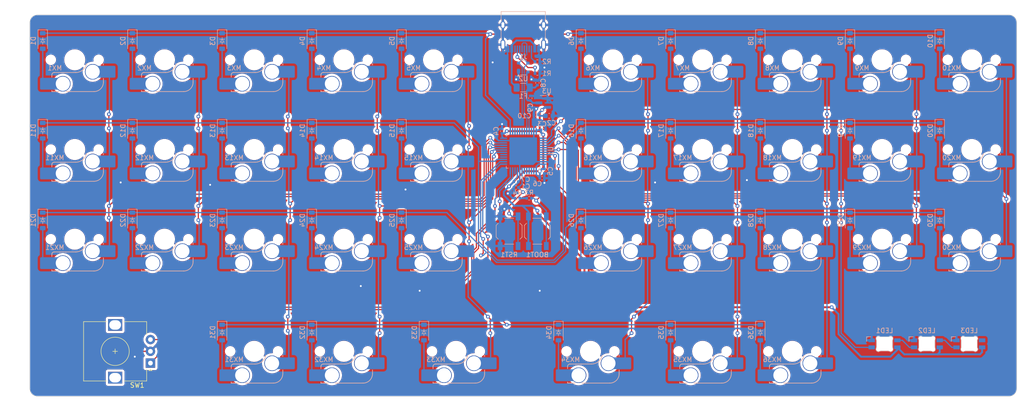
<source format=kicad_pcb>
(kicad_pcb (version 20221018) (generator pcbnew)
  (layers (0 "F.Cu" signal) (31 "B.Cu" signal) (34 "B.Paste" user) (35 "F.Paste" user) (36 "B.SilkS" user "B.Silkscreen") (37 "F.SilkS" user "F.Silkscreen") (38 "B.Mask" user) (39 "F.Mask" user) (44 "Edge.Cuts" user))
  (net 0 "")
  (net 1 "+5V")
  (net 2 "GND")
  (net 3 "+3V3")
  (net 4 "NRST")
  (net 5 "VBUS")
  (net 6 "Net-(J1-CC1)")
  (net 7 "Net-(D1-A)")
  (net 9 "Net-(J1-CC2)")
  (net 11 "BOOT0")
  (net 12 "/C13")
  (net 13 "/C14")
  (net 14 "/C15")
  (net 15 "/F0")
  (net 16 "/F1")
  (net 17 "/B1")
  (net 18 "/B2")
  (net 19 "/B10")
  (net 20 "/B11")
  (net 21 "/B12")
  (net 22 "/B13")
  (net 23 "/B14")
  (net 24 "/B15")
  (net 25 "/A8")
  (net 26 "/A15")
  (net 27 "/B4")
  (net 28 "/B5")
  (net 29 "/B6")
  (net 30 "/B7")
  (net 31 "/A2")
  (net 32 "/A3")
  (net 33 "/A4")
  (net 34 "/A5")
  (net 35 "/A6")
  (net 36 "/A7")
  (net 37 "/B0")
  (net 38 "/B3")
  (net 39 "/B8")
  (net 40 "/B9")
  (net 41 "/A1")
  (net 42 "/A9")
  (net 43 "/A10")
  (net 44 "/A13")
  (net 45 "/A14")
  (net 46 "Net-(R3-Pad2)")
  (net 47 "/A0")
  (net 48 "D+")
  (net 49 "D-")
  (net 50 "Net-(D2-A)")
  (net 51 "Net-(D3-A)")
  (net 52 "Net-(D4-A)")
  (net 53 "Net-(D5-A)")
  (net 54 "Net-(D6-A)")
  (net 55 "Net-(D7-A)")
  (net 56 "Net-(D8-A)")
  (net 57 "Net-(D9-A)")
  (net 58 "Net-(D10-A)")
  (net 59 "Net-(D11-A)")
  (net 60 "Net-(D12-A)")
  (net 61 "Net-(D13-A)")
  (net 62 "Net-(D14-A)")
  (net 63 "Net-(D15-A)")
  (net 64 "Net-(D16-A)")
  (net 65 "Net-(D17-A)")
  (net 66 "Net-(D18-A)")
  (net 67 "Net-(D19-A)")
  (net 68 "Net-(D20-A)")
  (net 69 "Net-(D21-A)")
  (net 70 "Net-(D22-A)")
  (net 71 "Net-(D23-A)")
  (net 72 "Net-(D24-A)")
  (net 73 "Net-(D25-A)")
  (net 74 "Net-(D26-A)")
  (net 75 "Net-(D27-A)")
  (net 76 "Net-(D28-A)")
  (net 77 "Net-(D29-A)")
  (net 78 "Net-(D30-A)")
  (net 79 "Net-(D31-A)")
  (net 80 "Net-(D32-A)")
  (net 81 "Net-(D33-A)")
  (net 82 "Net-(D34-A)")
  (net 83 "Net-(D35-A)")
  (net 84 "Net-(D36-A)")
  (net 85 "Net-(LED1-DOUT)")
  (net 86 "Net-(LED2-DOUT)")
  (footprint "klackerkasten:RotaryEncoder_Alps_EC12E_Vertical_H20mm" (layer "F.Cu") (at 56.7175 137.2625 180)
    (fp_text reference "SW1")
    (fp_text value "RotaryEncoder")
  )
  (footprint "klackerkasten:SW_MX_HS_CPG151101S11_1u" (layer "B.Cu") (at 193.0425 72.85)
    (fp_text reference "MX8")
    (fp_text value "MX_SW_HS")
  )
  (footprint "klackerkasten:D_SOD-123" (layer "B.Cu") (at 205.2925 68.85 -90)
    (fp_text reference "D9")
    (fp_text value "1N4148W")
  )
  (footprint "klackerkasten:D_SOD-123" (layer "B.Cu") (at 167.1925 68.85 -90)
    (fp_text reference "D7")
    (fp_text value "1N4148W")
  )
  (footprint "klackerkasten:SW_MX_HS_CPG151101S11_1u" (layer "B.Cu") (at 154.9425 91.9)
    (fp_text reference "MX16")
    (fp_text value "MX_SW_HS")
  )
  (footprint "klackerkasten:SW_MX_HS_CPG151101S11_1u" (layer "B.Cu") (at 193.0425 134.7625)
    (fp_text reference "MX36")
    (fp_text value "MX_SW_HS")
  )
  (footprint "klackerkasten:D_SOD-123" (layer "B.Cu") (at 52.8925 68.85 -90)
    (fp_text reference "D2")
    (fp_text value "1N4148W")
  )
  (footprint "klackerkasten:SW_MX_HS_CPG151101S11_1u" (layer "B.Cu") (at 97.7925 134.7625)
    (fp_text reference "MX32")
    (fp_text value "MX_SW_HS")
  )
  (footprint "Capacitor_SMD:C_0402_1005Metric" (layer "B.Cu") (at 131.3925 88 90)
    (fp_text reference "C4")
    (fp_text value "100nF")
  )
  (footprint "Package_QFP:LQFP-48_7x7mm_P0.5mm" (layer "B.Cu") (at 135.8925 92.25 90)
    (fp_text reference "U1")
    (fp_text value "STM32F072CBT6")
  )
  (footprint "klackerkasten:D_SOD-123" (layer "B.Cu") (at 33.8425 106.95 -90)
    (fp_text reference "D21")
    (fp_text value "1N4148W")
  )
  (footprint "klackerkasten:SW_MX_HS_CPG151101S11_1u" (layer "B.Cu") (at 173.9925 91.9)
    (fp_text reference "MX17")
    (fp_text value "MX_SW_HS")
  )
  (footprint "Capacitor_SMD:C_0402_1005Metric" (layer "B.Cu") (at 140.1425 87.75)
    (fp_text reference "C3")
    (fp_text value "100nF")
  )
  (footprint "klackerkasten:SW_MX_HS_CPG151101S11_1u" (layer "B.Cu") (at 116.8425 91.9)
    (fp_text reference "MX15")
    (fp_text value "MX_SW_HS")
  )
  (footprint "klackerkasten:LED_6028R" (layer "B.Cu") (at 221.6175 133.175)
    (fp_text reference "LED2")
    (fp_text value "MX_SK6812MINI-E")
    (fp_line (start -1.699999 0.702843) (end -1.699999 -0.702841) (stroke (width 0.1)) (layer "Edge.Cuts"))
    (fp_line (start -0.794452 -1.499999) (end 0.794452 -1.499999) (stroke (width 0.1)) (layer "Edge.Cuts"))
    (fp_line (start 0.794452 1.5) (end -0.794453 1.5) (stroke (width 0.1)) (layer "Edge.Cuts"))
    (fp_line (start 1.699999 -0.702841) (end 1.699999 0.702843) (stroke (width 0.1)) (layer "Edge.Cuts"))
    (fp_arc (start -1.749484 -0.919719) (mid -1.712527 -0.814067) (end -1.699999 -0.702841) (stroke (width 0.1)) (layer "Edge.Cuts"))
    (fp_arc (start -1.749484 -0.919718) (mid -1.638072 -1.504034) (end -1.046711 -1.568298) (stroke (width 0.1)) (layer "Edge.Cuts"))
    (fp_arc (start -1.699999 0.702844) (mid -1.712527 0.814069) (end -1.749484 0.919721) (stroke (width 0.1)) (layer "Edge.Cuts"))
    (fp_arc (start -1.046711 1.568299) (mid -1.638071 1.504036) (end -1.749484 0.919721) (stroke (width 0.1)) (layer "Edge.Cuts"))
    (fp_arc (start -1.046711 1.568299) (mid -0.925123 1.517377) (end -0.794453 1.5) (stroke (width 0.1)) (layer "Edge.Cuts"))
    (fp_arc (start -0.794452 -1.499999) (mid -0.925123 -1.517376) (end -1.046711 -1.568298) (stroke (width 0.1)) (layer "Edge.Cuts"))
    (fp_arc (start 0.794453 1.500001) (mid 0.925123 1.517378) (end 1.046711 1.5683) (stroke (width 0.1)) (layer "Edge.Cuts"))
    (fp_arc (start 1.04671 -1.568298) (mid 0.925122 -1.517376) (end 0.794452 -1.499999) (stroke (width 0.1)) (layer "Edge.Cuts"))
    (fp_arc (start 1.046711 -1.568296) (mid 1.63807 -1.504033) (end 1.749484 -0.919719) (stroke (width 0.1)) (layer "Edge.Cuts"))
    (fp_arc (start 1.699999 -0.702842) (mid 1.712536 -0.814064) (end 1.749484 -0.919719) (stroke (width 0.1)) (layer "Edge.Cuts"))
    (fp_arc (start 1.749484 0.919721) (mid 1.638072 1.504036) (end 1.046711 1.5683) (stroke (width 0.1)) (layer "Edge.Cuts"))
    (fp_arc (start 1.749484 0.919721) (mid 1.712526 0.814069) (end 1.699999 0.702843) (stroke (width 0.1)) (layer "Edge.Cuts"))
  )
  (footprint "Button_Switch_SMD:SW_SPST_TL3342" (layer "B.Cu") (at 138.8925 109.25 -90)
    (fp_text reference "BOOT1")
    (fp_text value "SW_SPST")
  )
  (footprint "Package_TO_SOT_SMD:SOT-143" (layer "B.Cu") (at 135.8925 74.5)
    (fp_text reference "U2")
    (fp_text value "PRTR5V0U2X")
  )
  (footprint "Capacitor_SMD:C_0402_1005Metric" (layer "B.Cu") (at 140.3925 96.5 -90)
    (fp_text reference "C5")
    (fp_text value "100nF")
  )
  (footprint "klackerkasten:SW_MX_HS_CPG151101S11_1u" (layer "B.Cu") (at 154.9425 72.85)
    (fp_text reference "MX6")
    (fp_text value "MX_SW_HS")
  )
  (footprint "klackerkasten:D_SOD-123" (layer "B.Cu") (at 167.1925 130.7625 -90)
    (fp_text reference "D35")
    (fp_text value "1N4148W")
  )
  (footprint "klackerkasten:SW_MX_HS_CPG151101S11_1u" (layer "B.Cu") (at 173.9925 72.85)
    (fp_text reference "MX7")
    (fp_text value "MX_SW_HS")
  )
  (footprint "klackerkasten:D_SOD-123" (layer "B.Cu") (at 33.8425 87.9 -90)
    (fp_text reference "D11")
    (fp_text value "1N4148W")
  )
  (footprint "klackerkasten:SW_MX_HS_CPG151101S11_1u" (layer "B.Cu") (at 78.7425 91.9)
    (fp_text reference "MX13")
    (fp_text value "MX_SW_HS")
  )
  (footprint "klackerkasten:D_SOD-123" (layer "B.Cu") (at 186.2425 68.85 -90)
    (fp_text reference "D8")
    (fp_text value "1N4148W")
  )
  (footprint "Button_Switch_SMD:SW_SPST_TL3342" (layer "B.Cu") (at 132.8925 109.25 90)
    (fp_text reference "RST1")
    (fp_text value "SW_SPST")
  )
  (footprint "klackerkasten:D_SOD-123" (layer "B.Cu") (at 224.3425 106.95 -90)
    (fp_text reference "D30")
    (fp_text value "1N4148W")
  )
  (footprint "klackerkasten:LED_6028R" (layer "B.Cu") (at 212.6175 133.175)
    (fp_text reference "LED1")
    (fp_text value "MX_SK6812MINI-E")
    (fp_line (start -1.699999 0.702843) (end -1.699999 -0.702841) (stroke (width 0.1)) (layer "Edge.Cuts"))
    (fp_line (start -0.794452 -1.499999) (end 0.794452 -1.499999) (stroke (width 0.1)) (layer "Edge.Cuts"))
    (fp_line (start 0.794452 1.5) (end -0.794453 1.5) (stroke (width 0.1)) (layer "Edge.Cuts"))
    (fp_line (start 1.699999 -0.702841) (end 1.699999 0.702843) (stroke (width 0.1)) (layer "Edge.Cuts"))
    (fp_arc (start -1.749484 -0.919719) (mid -1.712527 -0.814067) (end -1.699999 -0.702841) (stroke (width 0.1)) (layer "Edge.Cuts"))
    (fp_arc (start -1.749484 -0.919718) (mid -1.638072 -1.504034) (end -1.046711 -1.568298) (stroke (width 0.1)) (layer "Edge.Cuts"))
    (fp_arc (start -1.699999 0.702844) (mid -1.712527 0.814069) (end -1.749484 0.919721) (stroke (width 0.1)) (layer "Edge.Cuts"))
    (fp_arc (start -1.046711 1.568299) (mid -1.638071 1.504036) (end -1.749484 0.919721) (stroke (width 0.1)) (layer "Edge.Cuts"))
    (fp_arc (start -1.046711 1.568299) (mid -0.925123 1.517377) (end -0.794453 1.5) (stroke (width 0.1)) (layer "Edge.Cuts"))
    (fp_arc (start -0.794452 -1.499999) (mid -0.925123 -1.517376) (end -1.046711 -1.568298) (stroke (width 0.1)) (layer "Edge.Cuts"))
    (fp_arc (start 0.794453 1.500001) (mid 0.925123 1.517378) (end 1.046711 1.5683) (stroke (width 0.1)) (layer "Edge.Cuts"))
    (fp_arc (start 1.04671 -1.568298) (mid 0.925122 -1.517376) (end 0.794452 -1.499999) (stroke (width 0.1)) (layer "Edge.Cuts"))
    (fp_arc (start 1.046711 -1.568296) (mid 1.63807 -1.504033) (end 1.749484 -0.919719) (stroke (width 0.1)) (layer "Edge.Cuts"))
    (fp_arc (start 1.699999 -0.702842) (mid 1.712536 -0.814064) (end 1.749484 -0.919719) (stroke (width 0.1)) (layer "Edge.Cuts"))
    (fp_arc (start 1.749484 0.919721) (mid 1.638072 1.504036) (end 1.046711 1.5683) (stroke (width 0.1)) (layer "Edge.Cuts"))
    (fp_arc (start 1.749484 0.919721) (mid 1.712526 0.814069) (end 1.699999 0.702843) (stroke (width 0.1)) (layer "Edge.Cuts"))
  )
  (footprint "klackerkasten:D_SOD-123" (layer "B.Cu") (at 71.9425 68.85 -90)
    (fp_text reference "D3")
    (fp_text value "1N4148W")
  )
  (footprint "klackerkasten:SW_MX_HS_CPG151101S11_1u" (layer "B.Cu") (at 78.7425 134.7625)
    (fp_text reference "MX31")
    (fp_text value "MX_SW_HS")
  )
  (footprint "klackerkasten:D_SOD-123" (layer "B.Cu") (at 224.3425 68.85 -90)
    (fp_text reference "D10")
    (fp_text value "1N4148W")
  )
  (footprint "klackerkasten:D_SOD-123" (layer "B.Cu") (at 71.9425 130.7625 -90)
    (fp_text reference "D31")
    (fp_text value "1N4148W")
  )
  (footprint "klackerkasten:D_SOD-123" (layer "B.Cu") (at 224.3425 87.9 -90)
    (fp_text reference "D20")
    (fp_text value "1N4148W")
  )
  (footprint "klackerkasten:SW_MX_HS_CPG151101S11_1u" (layer "B.Cu") (at 173.9925 110.95)
    (fp_text reference "MX27")
    (fp_text value "MX_SW_HS")
  )
  (footprint "klackerkasten:D_SOD-123" (layer "B.Cu") (at 148.1425 68.85 -90)
    (fp_text reference "D6")
    (fp_text value "1N4148W")
  )
  (footprint "klackerkasten:D_SOD-123" (layer "B.Cu") (at 33.8425 68.85 -90)
    (fp_text reference "D1")
    (fp_text value "1N4148W")
  )
  (footprint "klackerkasten:SW_MX_HS_CPG151101S11_1u" (layer "B.Cu") (at 97.7925 91.9)
    (fp_text reference "MX14")
    (fp_text value "MX_SW_HS")
  )
  (footprint "Package_TO_SOT_SMD:SOT-23" (layer "B.Cu") (at 140.1425 82 180)
    (fp_text reference "U3")
    (fp_text value "XC6206PxxxMR-Regulator_Linear")
  )
  (footprint "klackerkasten:D_SOD-123" (layer "B.Cu") (at 90.9925 68.85 -90)
    (fp_text reference "D4")
    (fp_text value "1N4148W")
  )
  (footprint "klackerkasten:D_SOD-123" (layer "B.Cu") (at 186.2425 87.9 -90)
    (fp_text reference "D18")
    (fp_text value "1N4148W")
  )
  (footprint "Capacitor_SMD:C_0402_1005Metric" (layer "B.Cu") (at 139.8925 98)
    (fp_text reference "C6")
    (fp_text value "100nF")
  )
  (footprint "klackerkasten:SW_MX_HS_CPG151101S11_1u" (layer "B.Cu") (at 59.6925 91.9)
    (fp_text reference "MX12")
    (fp_text value "MX_SW_HS")
  )
  (footprint "klackerkasten:SW_MX_HS_CPG151101S11_1u" (layer "B.Cu") (at 59.6925 110.95)
    (fp_text reference "MX22")
    (fp_text value "MX_SW_HS")
  )
  (footprint "klackerkasten:SW_MX_HS_CPG151101S11_1u" (layer "B.Cu") (at 78.7425 72.85)
    (fp_text reference "MX3")
    (fp_text value "MX_SW_HS")
  )
  (footprint "klackerkasten:SW_MX_HS_CPG151101S11_1u" (layer "B.Cu") (at 40.6425 72.85)
    (fp_text reference "MX1")
    (fp_text value "MX_SW_HS")
  )
  (footprint "klackerkasten:SW_MX_HS_CPG151101S11_1u" (layer "B.Cu") (at 231.1425 72.85)
    (fp_text reference "MX10")
    (fp_text value "MX_SW_HS")
  )
  (footprint "klackerkasten:SW_MX_HS_CPG151101S11_1u" (layer "B.Cu") (at 116.8425 110.95)
    (fp_text reference "MX25")
    (fp_text value "MX_SW_HS")
  )
  (footprint "klackerkasten:D_SOD-123" (layer "B.Cu") (at 71.9425 87.9 -90)
    (fp_text reference "D13")
    (fp_text value "1N4148W")
  )
  (footprint "klackerkasten:SW_MX_HS_CPG151101S11_1u" (layer "B.Cu") (at 78.7425 110.95)
    (fp_text reference "MX23")
    (fp_text value "MX_SW_HS")
  )
  (footprint "Resistor_SMD:R_0402_1005Metric" (layer "B.Cu") (at 138.8925 75.75 180)
    (fp_text reference "R1")
    (fp_text value "5.1k")
  )
  (footprint "klackerkasten:D_SOD-123" (layer "B.Cu") (at 110.0425 68.85 -90)
    (fp_text reference "D5")
    (fp_text value "1N4148W")
  )
  (footprint "Capacitor_SMD:C_0402_1005Metric" (layer "B.Cu") (at 138.6425 84.5 180)
    (fp_text reference "C10")
    (fp_text value "1uF")
  )
  (footprint "klackerkasten:D_SOD-123" (layer "B.Cu") (at 148.1425 87.9 -90)
    (fp_text reference "D16")
    (fp_text value "1N4148W")
  )
  (footprint "klackerkasten:D_SOD-123" (layer "B.Cu") (at 114.805 130.7625 -90)
    (fp_text reference "D33")
    (fp_text value "1N4148W")
  )
  (footprint "klackerkasten:SW_MX_HS_CPG151101S11_1u" (layer "B.Cu") (at 212.0925 110.95)
    (fp_text reference "MX29")
    (fp_text value "MX_SW_HS")
  )
  (footprint "Fuse:Fuse_1206_3216Metric" (layer "B.Cu") (at 135.8925 78.75)
    (fp_text reference "F1")
    (fp_text value "500mA")
  )
  (footprint "klackerkasten:D_SOD-123" (layer "B.Cu") (at 186.2425 106.95 -90)
    (fp_text reference "D28")
    (fp_text value "1N4148W")
  )
  (footprint "klackerkasten:D_SOD-123" (layer "B.Cu") (at 148.1425 106.95 -90)
    (fp_text reference "D26")
    (fp_text value "1N4148W")
  )
  (footprint "klackerkasten:D_SOD-123" (layer "B.Cu") (at 52.8925 106.95 -90)
    (fp_text reference "D22")
    (fp_text value "1N4148W")
  )
  (footprint "klackerkasten:D_SOD-123" (layer "B.Cu") (at 90.9925 106.95 -90)
    (fp_text reference "D24")
    (fp_text value "1N4148W")
  )
  (footprint "klackerkasten:SW_MX_HS_CPG151101S11_1u" (layer "B.Cu") (at 40.6425 110.95)
    (fp_text reference "MX21")
    (fp_text value "MX_SW_HS")
  )
  (footprint "Capacitor_SMD:C_0402_1005Metric" (layer "B.Cu") (at 137.3925 81 90)
    (fp_text reference "C9")
    (fp_text value "1uF")
  )
  (footprint "klackerkasten:SW_MX_HS_CPG151101S11_1u" (layer "B.Cu") (at 193.0425 110.95)
    (fp_text reference "MX28")
    (fp_text value "MX_SW_HS")
  )
  (footprint "Capacitor_SMD:C_0402_1005Metric" (layer "B.Cu") (at 134.379077 99.986577 180)
    (fp_text reference "C1")
    (fp_text value "100nF")
  )
  (footprint "Resistor_SMD:R_0402_1005Metric" (layer "B.Cu") (at 134.6425 102.25 180)
    (fp_text reference "R4")
    (fp_text value "5.1k")
  )
  (footprint "klackerkasten:SW_MX_HS_CPG151101S11_1u" (layer "B.Cu") (at 154.9425 110.95)
    (fp_text reference "MX26")
    (fp_text value "MX_SW_HS")
  )
  (footprint "klackerkasten:D_SOD-123" (layer "B.Cu") (at 143.38 130.7625 -90)
    (fp_text reference "D34")
    (fp_text value "1N4148W")
  )
  (footprint "klackerkasten:SW_MX_HS_CPG151101S11_1u" (layer "B.Cu") (at 212.0925 72.85)
    (fp_text reference "MX9")
    (fp_text value "MX_SW_HS")
  )
  (footprint "klackerkasten:SW_MX_HS_CPG151101S11_1u" (layer "B.Cu") (at 116.8425 72.85)
    (fp_text reference "MX5")
    (fp_text value "MX_SW_HS")
  )
  (footprint "Capacitor_SMD:C_0402_1005Metric" (layer "B.Cu") (at 134.379077 98.736577)
    (fp_text reference "C7")
    (fp_text value "100nF")
  )
  (footprint "Resistor_SMD:R_0402_1005Metric" (layer "B.Cu") (at 138.8925 73.25)
    (fp_text reference "R2")
    (fp_text value "5.1k")
  )
  (footprint "klackerkasten:SW_MX_HS_CPG151101S11_1u" (layer "B.Cu") (at 173.9925 134.7625)
    (fp_text reference "MX35")
    (fp_text value "MX_SW_HS")
  )
  (footprint "Connector_USB:USB_C_Receptacle_HRO_TYPE-C-31-M-12" (layer "B.Cu") (at 135.8925 66.5)
    (fp_text reference "J1")
    (fp_text value "USB_C_Receptacle_USB2.0")
  )
  (footprint "klackerkasten:SW_MX_HS_CPG151101S11_1u" (layer "B.Cu") (at 97.7925 72.85)
    (fp_text reference "MX4")
    (fp_text value "MX_SW_HS")
  )
  (footprint "klackerkasten:SW_MX_HS_CPG151101S11_1u" (layer "B.Cu") (at 40.6425 91.9)
    (fp_text reference "MX11")
    (fp_text value "MX_SW_HS")
  )
  (footprint "Resistor_SMD:R_0402_1005Metric" (layer "B.Cu") (at 137.1425 102.25 180)
    (fp_text reference "R3")
    (fp_text value "5.1k")
  )
  (footprint "klackerkasten:D_SOD-123" (layer "B.Cu") (at 110.0425 106.95 -90)
    (fp_text reference "D25")
    (fp_text value "1N4148W")
  )
  (footprint "klackerkasten:D_SOD-123" (layer "B.Cu") (at 90.9925 87.9 -90)
    (fp_text reference "D14")
    (fp_text value "1N4148W")
  )
  (footprint "klackerkasten:D_SOD-123" (layer "B.Cu") (at 71.9425 106.95 -90)
    (fp_text reference "D23")
    (fp_text value "1N4148W")
  )
  (footprint "Capacitor_SMD:C_0603_1608Metric" (layer "B.Cu") (at 141.3925 84.75)
    (fp_text reference "C2")
    (fp_text value "10uF")
  )
  (footprint "Capacitor_SMD:C_0402_1005Metric" (layer "B.Cu") (at 138.8925 77.75 90)
    (fp_text reference "C8")
    (fp_text value "100nF")
  )
  (footprint "klackerkasten:D_SOD-123" (layer "B.Cu") (at 205.2925 106.95 -90)
    (fp_text reference "D29")
    (fp_text value "1N4148W")
  )
  (footprint "klackerkasten:SW_MX_HS_CPG151101S11_1.5u" (layer "B.Cu") (at 121.605 134.7625)
    (fp_text reference "MX33")
    (fp_text value "MX_SW_HS")
  )
  (footprint "klackerkasten:SW_MX_HS_CPG151101S11_1u" (layer "B.Cu") (at 212.0925 91.9)
    (fp_text reference "MX19")
    (fp_text value "MX_SW_HS")
  )
  (footprint "klackerkasten:SW_MX_HS_CPG151101S11_1u" (layer "B.Cu") (at 97.7925 110.95)
    (fp_text reference "MX24")
    (fp_text value "MX_SW_HS")
  )
  (footprint "klackerkasten:D_SOD-123" (layer "B.Cu") (at 167.1925 87.9 -90)
    (fp_text reference "D17")
    (fp_text value "1N4148W")
  )
  (footprint "klackerkasten:D_SOD-123" (layer "B.Cu") (at 90.9925 130.7625 -90)
    (fp_text reference "D32")
    (fp_text value "1N4148W")
  )
  (footprint "klackerkasten:SW_MX_HS_CPG151101S11_1u" (layer "B.Cu") (at 59.6925 72.85)
    (fp_text reference "MX2")
    (fp_text value "MX_SW_HS")
  )
  (footprint "klackerkasten:D_SOD-123" (layer "B.Cu") (at 205.2925 87.9 -90)
    (fp_text reference "D19")
    (fp_text value "1N4148W")
  )
  (footprint "klackerkasten:D_SOD-123" (layer "B.Cu") (at 186.2425 130.7625 -90)
    (fp_text reference "D36")
    (fp_text value "1N4148W")
  )
  (footprint "klackerkasten:D_SOD-123" (layer "B.Cu") (at 167.1925 106.95 -90)
    (fp_text reference "D27")
    (fp_text value "1N4148W")
  )
  (footprint "klackerkasten:LED_6028R" (layer "B.Cu") (at 230.6175 133.175)
    (fp_text reference "LED3")
    (fp_text value "MX_SK6812MINI-E")
    (fp_line (start -1.699999 0.702843) (end -1.699999 -0.702841) (stroke (width 0.1)) (layer "Edge.Cuts"))
    (fp_line (start -0.794452 -1.499999) (end 0.794452 -1.499999) (stroke (width 0.1)) (layer "Edge.Cuts"))
    (fp_line (start 0.794452 1.5) (end -0.794453 1.5) (stroke (width 0.1)) (layer "Edge.Cuts"))
    (fp_line (start 1.699999 -0.702841) (end 1.699999 0.702843) (stroke (width 0.1)) (layer "Edge.Cuts"))
    (fp_arc (start -1.749484 -0.919719) (mid -1.712527 -0.814067) (end -1.699999 -0.702841) (stroke (width 0.1)) (layer "Edge.Cuts"))
    (fp_arc (start -1.749484 -0.919718) (mid -1.638072 -1.504034) (end -1.046711 -1.568298) (stroke (width 0.1)) (layer "Edge.Cuts"))
    (fp_arc (start -1.699999 0.702844) (mid -1.712527 0.814069) (end -1.749484 0.919721) (stroke (width 0.1)) (layer "Edge.Cuts"))
    (fp_arc (start -1.046711 1.568299) (mid -1.638071 1.504036) (end -1.749484 0.919721) (stroke (width 0.1)) (layer "Edge.Cuts"))
    (fp_arc (start -1.046711 1.568299) (mid -0.925123 1.517377) (end -0.794453 1.5) (stroke (width 0.1)) (layer "Edge.Cuts"))
    (fp_arc (start -0.794452 -1.499999) (mid -0.925123 -1.517376) (end -1.046711 -1.568298) (stroke (width 0.1)) (layer "Edge.Cuts"))
    (fp_arc (start 0.794453 1.500001) (mid 0.925123 1.517378) (end 1.046711 1.5683) (stroke (width 0.1)) (layer "Edge.Cuts"))
    (fp_arc (start 1.04671 -1.568298) (mid 0.925122 -1.517376) (end 0.794452 -1.499999) (stroke (width 0.1)) (layer "Edge.Cuts"))
    (fp_arc (start 1.046711 -1.568296) (mid 1.63807 -1.504033) (end 1.749484 -0.919719) (stroke (width 0.1)) (layer "Edge.Cuts"))
    (fp_arc (start 1.699999 -0.702842) (mid 1.712536 -0.814064) (end 1.749484 -0.919719) (stroke (width 0.1)) (layer "Edge.Cuts"))
    (fp_arc (start 1.749484 0.919721) (mid 1.638072 1.504036) (end 1.046711 1.5683) (stroke (width 0.1)) (layer "Edge.Cuts"))
    (fp_arc (start 1.749484 0.919721) (mid 1.712526 0.814069) (end 1.699999 0.702843) (stroke (width 0.1)) (layer "Edge.Cuts"))
  )
  (footprint "klackerkasten:D_SOD-123" (layer "B.Cu") (at 52.8925 87.9 -90)
    (fp_text reference "D12")
    (fp_text value "1N4148W")
  )
  (footprint "klackerkasten:SW_MX_HS_CPG151101S11_1u" (layer "B.Cu") (at 231.1425 110.95)
    (fp_text reference "MX30")
    (fp_text value "MX_SW_HS")
  )
  (footprint "klackerkasten:SW_MX_HS_CPG151101S11_1.5u" (layer "B.Cu") (at 150.18 134.7625)
    (fp_text reference "MX34")
    (fp_text value "MX_SW_HS")
  )
  (footprint "klackerkasten:SW_MX_HS_CPG151101S11_1u" (layer "B.Cu") (at 231.1425 91.9)
    (fp_text reference "MX20")
    (fp_text value "MX_SW_HS")
  )
  (footprint "klackerkasten:D_SOD-123" (layer "B.Cu") (at 110.0425 87.9 -90)
    (fp_text reference "D15")
    (fp_text value "1N4148W")
  )
  (footprint "klackerkasten:SW_MX_HS_CPG151101S11_1u" (layer "B.Cu") (at 193.0425 91.9)
    (fp_text reference "MX18")
    (fp_text value "MX_SW_HS")
  )
  (gr_line (start 240.6675 64.9125) (end 240.6675 142.7) (stroke (width 0.1)) (layer "Edge.Cuts"))
  (gr_line (start 32.705 63.325) (end 239.08 63.325) (stroke (width 0.1)) (layer "Edge.Cuts"))
  (gr_line (start 239.08 144.2875) (end 32.705 144.2875) (stroke (width 0.1)) (layer "Edge.Cuts"))
  (gr_line (start 31.1175 142.7) (end 31.1175 64.9125) (stroke (width 0.1)) (layer "Edge.Cuts"))
  (gr_arc (start 240.6675 142.7) (mid 240.202532 143.822532) (end 239.08 144.2875) (stroke (width 0.1)) (layer "Edge.Cuts"))
  (gr_arc (start 31.1175 64.9125) (mid 31.582468 63.789968) (end 32.705 63.325) (stroke (width 0.1)) (layer "Edge.Cuts"))
  (gr_arc (start 239.08 63.325) (mid 240.202532 63.789968) (end 240.6675 64.9125) (stroke (width 0.1)) (layer "Edge.Cuts"))
  (gr_arc (start 32.705 144.2875) (mid 31.582468 143.822532) (end 31.1175 142.7) (stroke (width 0.1)) (layer "Edge.Cuts"))
  (segment (start 136.6425 81.25) (end 136.6425 79.4) (width 0.4) (layer "B.Cu") (net 1))
  (segment (start 136.6425 75.7) (end 136.8925 75.45) (width 0.4) (layer "B.Cu") (net 1))
  (segment (start 138.3725 78.75) (end 138.8925 78.23) (width 0.4) (layer "B.Cu") (net 1))
  (segment (start 139.205 82) (end 137.9125 82) (width 0.4) (layer "B.Cu") (net 1))
  (segment (start 136.6425 78.1) (end 136.6425 75.7) (width 0.4) (layer "B.Cu") (net 1))
  (segment (start 137.2925 78.75) (end 136.6425 78.1) (width 0.4) (layer "B.Cu") (net 1))
  (segment (start 137.9125 82) (end 137.3925 81.48) (width 0.4) (layer "B.Cu") (net 1))
  (segment (start 136.6425 79.4) (end 137.2925 78.75) (width 0.4) (layer "B.Cu") (net 1))
  (segment (start 137.2925 78.75) (end 138.3725 78.75) (width 0.4) (layer "B.Cu") (net 1))
  (segment (start 137.3925 81.48) (end 136.8725 81.48) (width 0.4) (layer "B.Cu") (net 1))
  (segment (start 136.8725 81.48) (end 136.6425 81.25) (width 0.4) (layer "B.Cu") (net 1))
  (segment (start 132.629077 101.236577) (end 131.8925 101.973154) (width 0.4) (layer "F.Cu") (net 2))
  (segment (start 138.6425 77.5) (end 138.1425 77) (width 0.4) (layer "F.Cu") (net 2))
  (segment (start 131.8925 101.973154) (end 131.8925 104.5) (width 0.4) (layer "F.Cu") (net 2))
  (segment (start 131.3925 86.5) (end 131.3925 100) (width 0.4) (layer "F.Cu") (net 2))
  (segment (start 137.6425 77) (end 138.1425 77) (width 0.4) (layer "F.Cu") (net 2))
  (segment (start 140.3925 74.75) (end 138.1425 77) (width 0.4) (layer "F.Cu") (net 2))
  (segment (start 54.53 134.7625) (end 53.3925 135.9) (width 0.25) (layer "F.Cu") (net 2))
  (segment (start 131.3925 86.5) (end 135.3925 86.5) (width 0.4) (layer "F.Cu") (net 2))
  (segment (start 140.3925 74.5) (end 140.3925 74.75) (width 0.4) (layer "F.Cu") (net 2))
  (segment (start 134.865654 99) (end 132.629077 101.236577) (width 0.4) (layer "F.Cu") (net 2))
  (segment (start 131.3925 69.81) (end 131.3925 74.75) (width 0.4) (layer "F.Cu") (net 2))
  (segment (start 138.6425 83.25) (end 138.6425 77.5) (width 0.4) (layer "F.Cu") (net 2))
  (segment (start 131.3925 74.75) (end 133.6425 77) (width 0.4) (layer "F.Cu") (net 2))
  (segment (start 140.3925 99) (end 134.865654 99) (width 0.4) (layer "F.Cu") (net 2))
  (segment (start 133.6425 77) (end 134.3925 77) (width 0.4) (layer "F.Cu") (net 2))
  (segment (start 131.3925 100) (end 132.629077 101.236577) (width 0.4) (layer "F.Cu") (net 2))
  (segment (start 140.3925 74.5) (end 140.3925 69.81) (width 0.4) (layer "F.Cu") (net 2))
  (segment (start 134.3925 77) (end 137.6425 77) (width 0.4) (layer "F.Cu") (net 2))
  (segment (start 135.3925 86.5) (end 138.6425 83.25) (width 0.4) (layer "F.Cu") (net 2))
  (segment (start 56.7175 134.7625) (end 54.53 134.7625) (width 0.25) (layer "F.Cu") (net 2))
  (via (at 132.629077 101.236577) (size 0.8) (drill 0.4) (layers "F.Cu" "B.Cu") (net 2))
  (via (at 110.8925 100.4) (size 0.8) (drill 0.4) (layers "F.Cu" "B.Cu") (net 2))
  (via (at 113.8925 121.9) (size 0.8) (drill 0.4) (layers "F.Cu" "B.Cu") (net 2))
  (via (at 138.6425 83.25) (size 0.8) (drill 0.4) (layers "F.Cu" "B.Cu") (net 2))
  (via (at 129.3925 73.4) (size 0.8) (drill 0.4) (layers "F.Cu" "B.Cu") (net 2))
  (via (at 53.3925 135.9) (size 0.8) (drill 0.4) (layers "F.Cu" "B.Cu") (net 2))
  (via (at 137.6425 77) (size 0.8) (drill 0.4) (layers "F.Cu" "B.Cu") (net 2))
  (via (at 69.3925 99.4) (size 0.8) (drill 0.4) (layers "F.Cu" "B.Cu") (net 2))
  (via (at 140.3925 74.5) (size 0.8) (drill 0.4) (layers "F.Cu" "B.Cu") (net 2))
  (via (at 140.3925 99) (size 0.8) (drill 0.4) (layers "F.Cu" "B.Cu") (net 2))
  (via (at 101.3925 120.9) (size 0.8) (drill 0.4) (layers "F.Cu" "B.Cu") (net 2))
  (via (at 131.3925 86.5) (size 0.8) (drill 0.4) (layers "F.Cu" "B.Cu") (net 2))
  (via (at 134.3925 77) (size 0.8) (drill 0.4) (layers "F.Cu" "B.Cu") (net 2))
  (via (at 131.8925 104.5) (size 0.8) (drill 0.4) (layers "F.Cu" "B.Cu") (net 2))
  (via (at 163.8925 98.9) (size 0.8) (drill 0.4) (layers "F.Cu" "B.Cu") (net 2))
  (via (at 183.3925 98.4) (size 0.8) (drill 0.4) (layers "F.Cu" "B.Cu") (net 2))
  (via (at 139.3925 121.9) (size 0.8) (drill 0.4) (layers "F.Cu" "B.Cu") (net 2))
  (via (at 50.3925 98.9) (size 0.8) (drill 0.4) (layers "F.Cu" "B.Cu") (net 2))
  (segment (start 140.2125 69.63) (end 140.2125 65.45) (width 0.4) (layer "B.Cu") (net 2))
  (segment (start 130.3925 88) (end 130.8725 87.52) (width 0.3) (layer "B.Cu") (net 2))
  (segment (start 140.6225 87.23) (end 140.6225 87.75) (width 0.3) (layer "B.Cu") (net 2))
  (segment (start 134.859077 98.854133) (end 134.859077 98.736577) (width 0.4) (layer "B.Cu") (net 2))
  (segment (start 135.1425 96.4125) (end 135.1425 98.453154) (width 0.3) (layer "B.Cu") (net 2))
  (segment (start 142.3925 82.3625) (end 141.08 81.05) (width 0.4) (layer "B.Cu") (net 2))
  (segment (start 140.3725 98) (end 140.3925 99) (width 0.4) (layer "B.Cu") (net 2))
  (segment (start 141.08 81.05) (end 139.9225 81.05) (width 0.4) (layer "B.Cu") (net 2))
  (segment (start 135.1425 96.4125) (end 135.1425 93) (width 0.3) (layer "B.Cu") (net 2))
  (segment (start 131.5725 65.45) (end 131.5725 69.63) (width 0.4) (layer "B.Cu") (net 2))
  (segment (start 135.1425 93) (end 135.8925 92.25) (width 0.3) (layer "B.Cu") (net 2))
  (segment (start 138.1425 88.0875) (end 138.1425 90) (width 0.3) (layer "B.Cu") (net 2))
  (segment (start 129.7875 73.4) (end 129.3925 73.4) (width 0.4) (layer "B.Cu") (net 2))
  (segment (start 139.4025 75.49) (end 139.4025 75.75) (width 0.4) (layer "B.Cu") (net 2))
  (segment (start 131.73 90) (end 133.6425 90) (width 0.3) (layer "B.Cu") (net 2))
  (segment (start 140.3925 74.5) (end 139.4025 73.51) (width 0.4) (layer "B.Cu") (net 2))
  (segment (start 138.6425 83.25) (end 138.1625 83.73) (width 0.4) (layer "B.Cu") (net 2))
  (segment (start 140.055 94.5) (end 141.1425 94.5) (width 0.3) (layer "B.Cu") (net 2))
  (segment (start 131.8925 104.5) (end 130.9925 105.4) (width 0.4) (layer "B.Cu") (net 2))
  (segment (start 139.9225 81.05) (end 139.3925 80.52) (width 0.4) (layer "B.Cu") (net 2))
  (segment (start 140.3925 96.98) (end 140.3925 97.98) (width 0.4) (layer "B.Cu") (net 2))
  (segment (start 134.3925 77) (end 134.8925 76.5) (width 0.4) (layer "B.Cu") (net 2))
  (segment (start 131.3925 87.52) (end 131.3925 86.5) (width 0.4) (layer "B.Cu") (net 2))
  (segment (start 141.3925 94.75) (end 141.3925 96.5) (width 0.3) (layer "B.Cu") (net 2))
  (segment (start 142.3925 84.525) (end 142.3925 82.3625) (width 0.4) (layer "B.Cu") (net 2))
  (segment (start 135.8925 92.25) (end 138.1425 94.5) (width 0.3) (layer "B.Cu") (net 2))
  (segment (start 140.9125 96.98) (end 140.3925 96.98) (width 0.3) (layer "B.Cu") (net 2))
  (segment (start 135.1425 98.453154) (end 134.859077 98.736577) (width 0.3) (layer "B.Cu") (net 2))
  (segment (start 130.9925 105.4) (end 130.9925 106.1) (width 0.4) (layer "B.Cu") (net 2))
  (segment (start 139.1425 70.545) (end 139.2975 70.545) (width 0.4) (layer "B.Cu") (net 2))
  (segment (start 133.899077 99.986577) (end 133.899077 99.814133) (width 0.4) (layer "B.Cu") (net 2))
  (segment (start 130.9925 106.1) (end 130.9925 112.4) (width 0.4) (layer "B.Cu") (net 2))
  (segment (start 140.2125 65.45) (end 131.5725 65.45) (width 0.4) (layer "B.Cu") (net 2))
  (segment (start 138.1425 90) (end 135.8925 92.25) (width 0.3) (layer "B.Cu") (net 2))
  (segment (start 139.2975 70.545) (end 140.2125 69.63) (width 0.4) (layer "B.Cu") (net 2))
  (segment (start 137.6425 77) (end 138.6225 77) (width 0.4) (layer "B.Cu") (net 2))
  (segment (start 130.8725 87.52) (end 131.3925 87.52) (width 0.3) (layer "B.Cu") (net 2))
  (segment (start 132.6425 70.545) (end 129.7875 73.4) (width 0.4) (layer "B.Cu") (net 2))
  (segment (start 133.879077 99.986577) (end 132.629077 101.236577) (width 0.4) (layer "B.Cu") (net 2))
  (segment (start 134.8925 76.5) (end 134.8925 75.25) (width 0.4) (layer "B.Cu") (net 2))
  (segment (start 133.6425 90) (end 135.8925 92.25) (width 0.3) (layer "B.Cu") (net 2))
  (segment (start 134.1325 102.25) (end 133.6425 102.25) (width 0.4) (layer "B.Cu") (net 2))
  (segment (start 130.3925 89.75) (end 130.3925 88) (width 0.3) (layer "B.Cu") (net 2))
  (segment (start 139.4025 76.76) (end 140.1425 77.5) (width 0.4) (layer "B.Cu") (net 2))
  (segment (start 140.1425 79.77) (end 139.3925 80.52) (width 0.4) (layer "B.Cu") (net 2))
  (segment (start 138.6225 77) (end 138.8925 77.27) (width 0.4) (layer "B.Cu") (net 2))
  (segment (start 139.4025 76.76) (end 139.4025 75.75) (width 0.4) (layer "B.Cu") (net 2))
  (segment (start 139.4025 73.51) (end 139.4025 73.25) (width 0.4) (layer "B.Cu") (net 2))
  (segment (start 131.5725 69.63) (end 132.4875 70.545) (width 0.4) (layer "B.Cu") (net 2))
  (segment (start 141.3925 96.5) (end 140.9125 96.98) (width 0.3) (layer "B.Cu") (net 2))
  (segment (start 132.4875 70.545) (end 132.6425 70.545) (width 0.4) (layer "B.Cu") (net 2))
  (segment (start 137.3925 80.52) (end 139.3925 80.52) (width 0.4) (layer "B.Cu") (net 2))
  (segment (start 141.1425 94.5) (end 141.3925 94.75) (width 0.3) (layer "B.Cu") (net 2))
  (segment (start 138.3925 86.75) (end 140.1425 86.75) (width 0.3) (layer "B.Cu") (net 2))
  (segment (start 131.73 90) (end 130.6425 90) (width 0.3) (layer "B.Cu") (net 2))
  (segment (start 138.1425 87) (end 138.3925 86.75) (width 0.3) (layer "B.Cu") (net 2))
  (segment (start 140.1425 77.5) (end 140.1425 79.77) (width 0.4) (layer "B.Cu") (net 2))
  (segment (start 133.6425 102.25) (end 132.629077 101.236577) (width 0.4) (layer "B.Cu") (net 2))
  (segment (start 140.3925 74.5) (end 139.4025 75.49) (width 0.4) (layer "B.Cu") (net 2))
  (segment (start 130.6425 90) (end 130.3925 89.75) (width 0.3) (layer "B.Cu") (net 2))
  (segment (start 138.1425 94.5) (end 140.055 94.5) (width 0.3) (layer "B.Cu") (net 2))
  (segment (start 138.1625 83.73) (end 138.1625 84.5) (width 0.4) (layer "B.Cu") (net 2))
  (segment (start 140.1425 86.75) (end 140.6225 87.23) (width 0.3) (layer "B.Cu") (net 2))
  (segment (start 138.1425 88.0875) (end 138.1425 87) (width 0.3) (layer "B.Cu") (net 2))
  (segment (start 133.899077 99.814133) (end 134.859077 98.854133) (width 0.4) (layer "B.Cu") (net 2))
  (segment (start 138.8925 77.27) (end 139.4025 76.76) (width 0.4) (layer "B.Cu") (net 2))
  (segment (start 140.1425 88.75) (end 140.1425 95.75) (width 0.4) (layer "F.Cu") (net 3))
  (segment (start 140.1425 88.75) (end 139.3925 88) (width 0.4) (layer "F.Cu") (net 3))
  (segment (start 155.8925 125.4) (end 201.3925 125.4) (width 0.4) (layer "F.Cu") (net 3))
  (segment (start 140.1425 95.75) (end 139.3925 96.5) (width 0.4) (layer "F.Cu") (net 3))
  (segment (start 139.3925 88) (end 138.6425 88) (width 0.4) (layer "F.Cu") (net 3))
  (segment (start 138.8925 104.9) (end 138.8925 105.419138) (width 0.4) (layer "F.Cu") (net 3))
  (segment (start 132.879077 99.736577) (end 136.115654 96.5) (width 0.4) (layer "F.Cu") (net 3))
  (segment (start 148.8925 115.419138) (end 148.8925 118.4) (width 0.4) (layer "F.Cu") (net 3))
  (segment (start 139.3925 84) (end 139.3925 88) (width 0.4) (layer "F.Cu") (net 3))
  (segment (start 136.115654 96.5) (end 139.3925 96.5) (width 0.4) (layer "F.Cu") (net 3))
  (segment (start 139.8925 83.5) (end 139.3925 84) (width 0.4) (layer "F.Cu") (net 3))
  (segment (start 138.8925 105.419138) (end 148.8925 115.419138) (width 0.4) (layer "F.Cu") (net 3))
  (segment (start 148.8925 118.4) (end 155.8925 125.4) (width 0.4) (layer "F.Cu") (net 3))
  (segment (start 132.3925 88) (end 138.6425 88) (width 0.4) (layer "F.Cu") (net 3))
  (via (at 132.879077 99.736577) (size 0.8) (drill 0.4) (layers "F.Cu" "B.Cu") (net 3))
  (via (at 138.8925 104.9) (size 0.8) (drill 0.4) (layers "F.Cu" "B.Cu") (net 3))
  (via (at 201.3925 125.4) (size 0.8) (drill 0.4) (layers "F.Cu" "B.Cu") (net 3))
  (via (at 140.1425 88.75) (size 0.8) (drill 0.4) (layers "F.Cu" "B.Cu") (net 3))
  (via (at 132.3925 88) (size 0.8) (drill 0.4) (layers "F.Cu" "B.Cu") (net 3))
  (via (at 139.3925 96.5) (size 0.8) (drill 0.4) (layers "F.Cu" "B.Cu") (net 3))
  (via (at 139.8925 83.5) (size 0.8) (drill 0.4) (layers "F.Cu" "B.Cu") (net 3))
  (segment (start 138.6425 88.0875) (end 138.98 87.75) (width 0.3) (layer "B.Cu") (net 3))
  (segment (start 135.7425 103.85) (end 137.8425 103.85) (width 0.4) (layer "B.Cu") (net 3))
  (segment (start 139.4125 96.52) (end 139.4125 98) (width 0.4) (layer "B.Cu") (net 3))
  (segment (start 133.879077 98.736577) (end 132.879077 99.736577) (width 0.4) (layer "B.Cu") (net 3))
  (segment (start 140.1425 88.75) (end 139.6625 88.27) (width 0.4) (layer "B.Cu") (net 3))
  (segment (start 131.771577 100.844077) (end 132.879077 99.736577) (width 0.4) (layer "B.Cu") (net 3))
  (segment (start 141.08 82.95) (end 140.4425 82.95) (width 0.4) (layer "B.Cu") (net 3))
  (segment (start 202.8675 131.117462) (end 207.650038 135.9) (width 0.4) (layer "B.Cu") (net 3))
  (segment (start 233.3425 134.95) (end 233.3425 133.925) (width 0.4) (layer "B.Cu") (net 3))
  (segment (start 139.4125 98) (end 138.6425 97.23) (width 0.3) (layer "B.Cu") (net 3))
  (segment (start 139.8725 96.02) (end 140.3925 96.02) (width 0.4) (layer "B.Cu") (net 3))
  (segment (start 131.3925 88.48) (end 131.9125 88.48) (width 0.4) (layer "B.Cu") (net 3))
  (segment (start 223.8925 135.4) (end 232.8925 135.4) (width 0.4) (layer "B.Cu") (net 3))
  (segment (start 138.6425 97.23) (end 138.6425 96.4125) (width 0.3) (layer "B.Cu") (net 3))
  (segment (start 137.8425 103.85) (end 138.8925 104.9) (width 0.4) (layer "B.Cu") (net 3))
  (segment (start 139.6625 88.27) (end 139.6625 87.75) (width 0.4) (layer "B.Cu") (net 3))
  (segment (start 216.8175 135.4) (end 215.3425 133.925) (width 0.4) (layer "B.Cu") (net 3))
  (segment (start 224.3425 134.95) (end 223.8925 135.4) (width 0.4) (layer "B.Cu") (net 3))
  (segment (start 213.88 135.9) (end 215.3425 134.4375) (width 0.4) (layer "B.Cu") (net 3))
  (segment (start 138.98 87.75) (end 139.6625 87.75) (width 0.3) (layer "B.Cu") (net 3))
  (segment (start 136.9925 106.1) (end 136.9925 105.1) (width 0.4) (layer "B.Cu") (net 3))
  (segment (start 136.9925 106.1) (end 136.9925 112.4) (width 0.4) (layer "B.Cu") (net 3))
  (segment (start 139.1225 84.27) (end 139.1225 84.5) (width 0.4) (layer "B.Cu") (net 3))
  (segment (start 140.4425 82.95) (end 139.1225 84.27) (width 0.4) (layer "B.Cu") (net 3))
  (segment (start 140.055 95) (end 139.1425 95) (width 0.3) (layer "B.Cu") (net 3))
  (segment (start 139.3725 84.75) (end 140.6175 84.75) (width 0.4) (layer "B.Cu") (net 3))
  (segment (start 134.6425 97.75) (end 133.899077 98.493423) (width 0.3) (layer "B.Cu") (net 3))
  (segment (start 139.1425 95) (end 138.6425 95.5) (width 0.3) (layer "B.Cu") (net 3))
  (segment (start 136.9925 105.1) (end 135.7425 103.85) (width 0.4) (layer "B.Cu") (net 3))
  (segment (start 139.3925 96.5) (end 139.8725 96.02) (width 0.4) (layer "B.Cu") (net 3))
  (segment (start 134.6425 96.4125) (end 134.6425 97.75) (width 0.3) (layer "B.Cu") (net 3))
  (segment (start 135.7425 103.85) (end 133.9925 103.85) (width 0.4) (layer "B.Cu") (net 3))
  (segment (start 138.6425 95.5) (end 138.6425 96.4125) (width 0.3) (layer "B.Cu") (net 3))
  (segment (start 131.771577 101.629077) (end 131.771577 100.844077) (width 0.4) (layer "B.Cu") (net 3))
  (segment (start 133.899077 98.493423) (end 133.899077 98.736577) (width 0.3) (layer "B.Cu") (net 3))
  (segment (start 140.4425 82.95) (end 139.8925 83.5) (width 0.4) (layer "B.Cu") (net 3))
  (segment (start 139.3925 96.5) (end 139.4125 96.52) (width 0.4) (layer "B.Cu") (net 3))
  (segment (start 133.9925 103.85) (end 131.771577 101.629077) (width 0.4) (layer "B.Cu") (net 3))
  (segment (start 207.650038 135.9) (end 213.88 135.9) (width 0.4) (layer "B.Cu") (net 3))
  (segment (start 131.3925 89.1625) (end 131.3925 88.48) (width 0.3) (layer "B.Cu") (net 3))
  (segment (start 224.3425 133.925) (end 224.3425 134.95) (width 0.4) (layer "B.Cu") (net 3))
  (segment (start 131.9125 88.48) (end 132.3925 88) (width 0.4) (layer "B.Cu") (net 3))
  (segment (start 131.73 89.5) (end 131.3925 89.1625) (width 0.3) (layer "B.Cu") (net 3))
  (segment (start 232.8925 135.4) (end 233.3425 134.95) (width 0.4) (layer "B.Cu") (net 3))
  (segment (start 140.3925 95.3375) (end 140.055 95) (width 0.3) (layer "B.Cu") (net 3))
  (segment (start 140.3925 96.02) (end 140.3925 95.3375) (width 0.3) (layer "B.Cu") (net 3))
  (segment (start 223.8925 135.4) (end 216.8175 135.4) (width 0.4) (layer "B.Cu") (net 3))
  (segment (start 215.3425 134.4375) (end 215.3425 133.925) (width 0.4) (layer "B.Cu") (net 3))
  (segment (start 202.8675 126.875) (end 202.8675 131.117462) (width 0.4) (layer "B.Cu") (net 3))
  (segment (start 201.3925 125.4) (end 202.8675 126.875) (width 0.4) (layer "B.Cu") (net 3))
  (segment (start 132.8925 103.9) (end 135.8425 100.95) (width 0.25) (layer "F.Cu") (net 4))
  (segment (start 132.8925 105.5) (end 132.8925 103.9) (width 0.25) (layer "F.Cu") (net 4))
  (via (at 132.8925 105.5) (size 0.8) (drill 0.4) (layers "F.Cu" "B.Cu") (net 4))
  (via (at 135.8425 100.95) (size 0.8) (drill 0.4) (layers "F.Cu" "B.Cu") (net 4))
  (segment (start 134.7925 106.1) (end 134.7925 112.4) (width 0.25) (layer "B.Cu") (net 4))
  (segment (start 134.7925 106.1) (end 133.4925 106.1) (width 0.25) (layer "B.Cu") (net 4))
  (segment (start 135.6425 99.203154) (end 134.859077 99.986577) (width 0.25) (layer "B.Cu") (net 4))
  (segment (start 133.4925 106.1) (end 132.8925 105.5) (width 0.25) (layer "B.Cu") (net 4))
  (segment (start 135.6425 96.4125) (end 135.6425 99.203154) (width 0.25) (layer "B.Cu") (net 4))
  (segment (start 134.859077 99.986577) (end 135.8225 100.95) (width 0.25) (layer "B.Cu") (net 4))
  (segment (start 135.8225 100.95) (end 135.8425 100.95) (width 0.25) (layer "B.Cu") (net 4))
  (segment (start 137.340667 68.75) (end 134.448516 68.75) (width 0.4) (layer "B.Cu") (net 5))
  (segment (start 133.4425 77.7) (end 134.4925 78.75) (width 0.35) (layer "B.Cu") (net 5))
  (segment (start 138.3425 70.545) (end 138.3425 69.756016) (width 0.4) (layer "B.Cu") (net 5))
  (segment (start 137.340667 68.754183) (end 137.340667 68.75) (width 0.4) (layer "B.Cu") (net 5))
  (segment (start 133.4425 70.545) (end 133.4425 77.7) (width 0.35) (layer "B.Cu") (net 5))
  (segment (start 138.3425 69.756016) (end 137.340667 68.754183) (width 0.4) (layer "B.Cu") (net 5))
  (segment (start 133.4425 69.756016) (end 133.4425 70.545) (width 0.4) (layer "B.Cu") (net 5))
  (segment (start 134.448516 68.75) (end 133.4425 69.756016) (width 0.4) (layer "B.Cu") (net 5))
  (segment (start 138.3925 74.5) (end 136.8925 74.5) (width 0.25) (layer "F.Cu") (net 6))
  (segment (start 136.8925 74.5) (end 134.6425 72.25) (width 0.25) (layer "F.Cu") (net 6))
  (via (at 138.3925 74.5) (size 0.8) (drill 0.4) (layers "F.Cu" "B.Cu") (net 6))
  (via (at 134.6425 72.25) (size 0.8) (drill 0.4) (layers "F.Cu" "B.Cu") (net 6))
  (segment (start 138.3825 75.75) (end 138.3825 74.51) (width 0.25) (layer "B.Cu") (net 6))
  (segment (start 138.3825 74.51) (end 138.3925 74.5) (width 0.25) (layer "B.Cu") (net 6))
  (segment (start 134.6425 72.25) (end 134.6425 70.545) (width 0.25) (layer "B.Cu") (net 6))
  (segment (start 33.8425 77.22) (end 34.5525 77.93) (width 0.25) (layer "B.Cu") (net 7))
  (segment (start 33.8425 70.5) (end 33.8425 77.22) (width 0.25) (layer "B.Cu") (net 7))
  (segment (start 137.6425 70.545) (end 137.6425 72.51) (width 0.25) (layer "B.Cu") (net 9))
  (segment (start 137.6425 72.51) (end 138.3825 73.25) (width 0.25) (layer "B.Cu") (net 9))
  (segment (start 142.6425 98.75) (end 138.6425 102.75) (width 0.25) (layer "F.Cu") (net 11))
  (segment (start 142.6425 93.25) (end 142.6425 98.75) (width 0.25) (layer "F.Cu") (net 11))
  (via (at 142.6425 93.25) (size 0.8) (drill 0.4) (layers "F.Cu" "B.Cu") (net 11))
  (via (at 138.6425 102.75) (size 0.8) (drill 0.4) (layers "F.Cu" "B.Cu") (net 11))
  (segment (start 140.055 93) (end 142.3925 93) (width 0.25) (layer "B.Cu") (net 11))
  (segment (start 140.7925 104.9) (end 138.6425 102.75) (width 0.25) (layer "B.Cu") (net 11))
  (segment (start 140.7925 106.1) (end 140.7925 112.4) (width 0.25) (layer "B.Cu") (net 11))
  (segment (start 140.7925 106.1) (end 140.7925 104.9) (width 0.25) (layer "B.Cu") (net 11))
  (segment (start 138.6425 102.75) (end 138.1425 102.25) (width 0.25) (layer "B.Cu") (net 11))
  (segment (start 138.1425 102.25) (end 137.6525 102.25) (width 0.25) (layer "B.Cu") (net 11))
  (segment (start 142.3925 93) (end 142.6425 93.25) (width 0.25) (layer "B.Cu") (net 11))
  (segment (start 127.256104 103.9) (end 105.3925 103.9) (width 0.25) (layer "F.Cu") (net 17))
  (segment (start 128.9425 92.699972) (end 128.9425 102.213604) (width 0.25) (layer "F.Cu") (net 17))
  (segment (start 128.9425 102.213604) (end 127.256104 103.9) (width 0.25) (layer "F.Cu") (net 17))
  (segment (start 105.3925 103.9) (end 105.3925 106.4) (width 0.25) (layer "F.Cu") (net 17))
  (segment (start 129.2175 92.424972) (end 128.9425 92.699972) (width 0.25) (layer "F.Cu") (net 17))
  (segment (start 105.3925 127.4) (end 105.3925 130.9) (width 0.25) (layer "F.Cu") (net 17))
  (segment (start 104.8925 84.9) (end 104.8925 87.9) (width 0.25) (layer "F.Cu") (net 17))
  (via (at 104.8925 84.9) (size 0.8) (drill 0.4) (layers "F.Cu" "B.Cu") (net 17))
  (via (at 105.3925 127.4) (size 0.8) (drill 0.4) (layers "F.Cu" "B.Cu") (net 17))
  (via (at 105.3925 106.4) (size 0.8) (drill 0.4) (layers "F.Cu" "B.Cu") (net 17))
  (via (at 105.3925 103.9) (size 0.8) (drill 0.4) (layers "F.Cu" "B.Cu") (net 17))
  (via (at 104.8925 87.9) (size 0.8) (drill 0.4) (layers "F.Cu" "B.Cu") (net 17))
  (via (at 129.2175 92.424972) (size 0.8) (drill 0.4) (layers "F.Cu" "B.Cu") (net 17))
  (via (at 105.3925 130.9) (size 0.8) (drill 0.4) (layers "F.Cu" "B.Cu") (net 17))
  (segment (start 105.1525 113.49) (end 105.1525 127.16) (width 0.25) (layer "B.Cu") (net 17))
  (segment (start 105.3925 130.9) (end 105.1525 131.14) (width 0.25) (layer "B.Cu") (net 17))
  (segment (start 129.592528 92) (end 129.2175 92.375028) (width 0.25) (layer "B.Cu") (net 17))
  (segment (start 105.1525 106.64) (end 105.1525 113.49) (width 0.25) (layer "B.Cu") (net 17))
  (segment (start 131.73 92) (end 129.592528 92) (width 0.25) (layer "B.Cu") (net 17))
  (segment (start 129.2175 92.375028) (end 129.2175 92.424972) (width 0.25) (layer "B.Cu") (net 17))
  (segment (start 104.8925 87.9) (end 105.1525 88.16) (width 0.25) (layer "B.Cu") (net 17))
  (segment (start 105.1525 127.16) (end 105.3925 127.4) (width 0.25) (layer "B.Cu") (net 17))
  (segment (start 105.1525 84.64) (end 104.8925 84.9) (width 0.25) (layer "B.Cu") (net 17))
  (segment (start 105.1525 88.16) (end 105.1525 94.44) (width 0.25) (layer "B.Cu") (net 17))
  (segment (start 105.1525 75.39) (end 105.1525 84.64) (width 0.25) (layer "B.Cu") (net 17))
  (segment (start 105.1525 131.14) (end 105.1525 137.3025) (width 0.25) (layer "B.Cu") (net 17))
  (segment (start 105.3925 106.4) (end 105.1525 106.64) (width 0.25) (layer "B.Cu") (net 17))
  (segment (start 105.1525 103.66) (end 105.3925 103.9) (width 0.25) (layer "B.Cu") (net 17))
  (segment (start 105.1525 94.44) (end 105.1525 103.66) (width 0.25) (layer "B.Cu") (net 17))
  (segment (start 128.4925 91.8) (end 128.4925 102.027208) (width 0.25) (layer "F.Cu") (net 18))
  (segment (start 85.8925 84.9) (end 85.8925 87.4) (width 0.25) (layer "F.Cu") (net 18))
  (segment (start 106.8925 103.4) (end 105.8925 102.4) (width 0.25) (layer "F.Cu") (net 18))
  (segment (start 106.8925 103.45) (end 106.8925 103.4) (width 0.25) (layer "F.Cu") (net 18))
  (segment (start 87.3925 102.4) (end 86.3925 103.4) (width 0.25) (layer "F.Cu") (net 18))
  (segment (start 85.8925 127.4) (end 85.8925 130.4) (width 0.25) (layer "F.Cu") (net 18))
  (segment (start 128.867194 91.425306) (end 128.4925 91.8) (width 0.25) (layer "F.Cu") (net 18))
  (segment (start 86.3925 103.4) (end 86.3925 106.9) (width 0.25) (layer "F.Cu") (net 18))
  (segment (start 127.069708 103.45) (end 106.8925 103.45) (width 0.25) (layer "F.Cu") (net 18))
  (segment (start 128.4925 102.027208) (end 127.069708 103.45) (width 0.25) (layer "F.Cu") (net 18))
  (segment (start 105.8925 102.4) (end 87.3925 102.4) (width 0.25) (layer "F.Cu") (net 18))
  (via (at 85.8925 84.9) (size 0.8) (drill 0.4) (layers "F.Cu" "B.Cu") (net 18))
  (via (at 128.867194 91.425306) (size 0.8) (drill 0.4) (layers "F.Cu" "B.Cu") (net 18))
  (via (at 86.3925 103.4) (size 0.8) (drill 0.4) (layers "F.Cu" "B.Cu") (net 18))
  (via (at 85.8925 87.4) (size 0.8) (drill 0.4) (layers "F.Cu" "B.Cu") (net 18))
  (via (at 85.8925 127.4) (size 0.8) (drill 0.4) (layers "F.Cu" "B.Cu") (net 18))
  (via (at 85.8925 130.4) (size 0.8) (drill 0.4) (layers "F.Cu" "B.Cu") (net 18))
  (via (at 86.3925 106.9) (size 0.8) (drill 0.4) (layers "F.Cu" "B.Cu") (net 18))
  (segment (start 86.3925 106.9) (end 86.1025 107.19) (width 0.25) (layer "B.Cu") (net 18))
  (segment (start 86.1025 94.44) (end 86.1025 103.11) (width 0.25) (layer "B.Cu") (net 18))
  (segment (start 86.1025 75.39) (end 86.1025 84.69) (width 0.25) (layer "B.Cu") (net 18))
  (segment (start 86.1025 127.19) (end 85.8925 127.4) (width 0.25) (layer "B.Cu") (net 18))
  (segment (start 86.1025 103.11) (end 86.3925 103.4) (width 0.25) (layer "B.Cu") (net 18))
  (segment (start 86.1025 87.61) (end 86.1025 94.44) (width 0.25) (layer "B.Cu") (net 18))
  (segment (start 86.1025 130.61) (end 86.1025 137.3025) (width 0.25) (layer "B.Cu") (net 18))
  (segment (start 86.1025 84.69) (end 85.8925 84.9) (width 0.25) (layer "B.Cu") (net 18))
  (segment (start 85.8925 87.4) (end 86.1025 87.61) (width 0.25) (layer "B.Cu") (net 18))
  (segment (start 86.1025 107.19) (end 86.1025 113.49) (width 0.25) (layer "B.Cu") (net 18))
  (segment (start 85.8925 130.4) (end 86.1025 130.61) (width 0.25) (layer "B.Cu") (net 18))
  (segment (start 128.941888 91.5) (end 128.867194 91.425306) (width 0.25) (layer "B.Cu") (net 18))
  (segment (start 86.1025 113.49) (end 86.1025 127.19) (width 0.25) (layer "B.Cu") (net 18))
  (segment (start 131.73 91.5) (end 128.941888 91.5) (width 0.25) (layer "B.Cu") (net 18))
  (segment (start 106.028896 101.9) (end 68.8925 101.9) (width 0.25) (layer "F.Cu") (net 19))
  (segment (start 128.0425 101.840812) (end 126.983312 102.9) (width 0.25) (layer "F.Cu") (net 19))
  (segment (start 66.8925 84.9) (end 66.8925 87.4) (width 0.25) (layer "F.Cu") (net 19))
  (segment (start 126.983312 102.9) (end 107.028896 102.9) (width 0.25) (layer "F.Cu") (net 19))
  (segment (start 128.50359 90.425306) (end 128.0425 90.886396) (width 0.25) (layer "F.Cu") (net 19))
  (segment (start 128.8925 90.425306) (end 128.50359 90.425306) (width 0.25) (layer "F.Cu") (net 19))
  (segment (start 107.028896 102.9) (end 106.028896 101.9) (width 0.25) (layer "F.Cu") (net 19))
  (segment (start 66.8925 103.9) (end 66.8925 106.9) (width 0.25) (layer "F.Cu") (net 19))
  (segment (start 128.0425 90.886396) (end 128.0425 101.840812) (width 0.25) (layer "F.Cu") (net 19))
  (segment (start 68.8925 101.9) (end 66.8925 103.9) (width 0.25) (layer "F.Cu") (net 19))
  (via (at 66.8925 103.9) (size 0.8) (drill 0.4) (layers "F.Cu" "B.Cu") (net 19))
  (via (at 66.8925 87.4) (size 0.8) (drill 0.4) (layers "F.Cu" "B.Cu") (net 19))
  (via (at 66.8925 84.9) (size 0.8) (drill 0.4) (layers "F.Cu" "B.Cu") (net 19))
  (via (at 66.8925 106.9) (size 0.8) (drill 0.4) (layers "F.Cu" "B.Cu") (net 19))
  (via (at 128.8925 90.425306) (size 0.8) (drill 0.4) (layers "F.Cu" "B.Cu") (net 19))
  (segment (start 131.73 91) (end 129.467194 91) (width 0.25) (layer "B.Cu") (net 19))
  (segment (start 67.0525 107.06) (end 67.0525 113.49) (width 0.25) (layer "B.Cu") (net 19))
  (segment (start 67.0525 75.39) (end 67.0525 84.74) (width 0.25) (layer "B.Cu") (net 19))
  (segment (start 66.8925 106.9) (end 67.0525 107.06) (width 0.25) (layer "B.Cu") (net 19))
  (segment (start 67.0525 87.56) (end 67.0525 94.44) (width 0.25) (layer "B.Cu") (net 19))
  (segment (start 67.0525 103.74) (end 66.8925 103.9) (width 0.25) (layer "B.Cu") (net 19))
  (segment (start 66.8925 87.4) (end 67.0525 87.56) (width 0.25) (layer "B.Cu") (net 19))
  (segment (start 129.467194 91) (end 128.8925 90.425306) (width 0.25) (layer "B.Cu") (net 19))
  (segment (start 67.0525 94.44) (end 67.0525 103.74) (width 0.25) (layer "B.Cu") (net 19))
  (segment (start 67.0525 84.74) (end 66.8925 84.9) (width 0.25) (layer "B.Cu") (net 19))
  (segment (start 47.8925 84.4) (end 47.8925 87.4) (width 0.25) (layer "F.Cu") (net 20))
  (segment (start 50.3925 101.4) (end 47.8925 103.9) (width 0.25) (layer "F.Cu") (net 20))
  (segment (start 127.5925 101.654416) (end 126.796916 102.45) (width 0.25) (layer "F.Cu") (net 20))
  (segment (start 47.8925 103.9) (end 47.8925 106.4) (width 0.25) (layer "F.Cu") (net 20))
  (segment (start 106.165292 101.4) (end 50.3925 101.4) (width 0.25) (layer "F.Cu") (net 20))
  (segment (start 128.8925 89.4) (end 127.5925 90.7) (width 0.25) (layer "F.Cu") (net 20))
  (segment (start 127.5925 90.7) (end 127.5925 101.654416) (width 0.25) (layer "F.Cu") (net 20))
  (segment (start 126.796916 102.45) (end 107.215292 102.45) (width 0.25) (layer "F.Cu") (net 20))
  (segment (start 107.215292 102.45) (end 106.165292 101.4) (width 0.25) (layer "F.Cu") (net 20))
  (via (at 47.8925 103.9) (size 0.8) (drill 0.4) (layers "F.Cu" "B.Cu") (net 20))
  (via (at 47.8925 84.4) (size 0.8) (drill 0.4) (layers "F.Cu" "B.Cu") (net 20))
  (via (at 47.8925 87.4) (size 0.8) (drill 0.4) (layers "F.Cu" "B.Cu") (net 20))
  (via (at 128.8925 89.4) (size 0.8) (drill 0.4) (layers "F.Cu" "B.Cu") (net 20))
  (via (at 47.8925 106.4) (size 0.8) (drill 0.4) (layers "F.Cu" "B.Cu") (net 20))
  (segment (start 47.8925 106.4) (end 48.0025 106.51) (width 0.25) (layer "B.Cu") (net 20))
  (segment (start 48.0025 106.51) (end 48.0025 113.49) (width 0.25) (layer "B.Cu") (net 20))
  (segment (start 48.0025 87.51) (end 48.0025 94.44) (width 0.25) (layer "B.Cu") (net 20))
  (segment (start 48.0025 75.39) (end 48.0025 84.29) (width 0.25) (layer "B.Cu") (net 20))
  (segment (start 48.0025 94.44) (end 48.0025 103.79) (width 0.25) (layer "B.Cu") (net 20))
  (segment (start 129.9925 90.5) (end 128.8925 89.4) (width 0.25) (layer "B.Cu") (net 20))
  (segment (start 48.0025 84.29) (end 47.8925 84.4) (width 0.25) (layer "B.Cu") (net 20))
  (segment (start 47.8925 87.4) (end 48.0025 87.51) (width 0.25) (layer "B.Cu") (net 20))
  (segment (start 48.0025 103.79) (end 47.8925 103.9) (width 0.25) (layer "B.Cu") (net 20))
  (segment (start 131.73 90.5) (end 129.9925 90.5) (width 0.25) (layer "B.Cu") (net 20))
  (segment (start 128.8925 67.4) (end 145.3925 67.4) (width 0.25) (layer "F.Cu") (net 21))
  (via (at 128.8925 67.4) (size 0.8) (drill 0.4) (layers "F.Cu" "B.Cu") (net 21))
  (via (at 145.3925 67.4) (size 0.8) (drill 0.4) (layers "F.Cu" "B.Cu") (net 21))
  (segment (start 127.8925 80.4) (end 127.8925 68.4) (width 0.25) (layer "B.Cu") (net 21))
  (segment (start 133.1425 88.0875) (end 133.1425 85.65) (width 0.25) (layer "B.Cu") (net 21))
  (segment (start 128.6925 67.2) (end 128.8925 67.4) (width 0.25) (layer "B.Cu") (net 21))
  (segment (start 145.5925 67.2) (end 148.1425 67.2) (width 0.25) (layer "B.Cu") (net 21))
  (segment (start 33.8425 67.2) (end 110.0425 67.2) (width 0.25) (layer "B.Cu") (net 21))
  (segment (start 145.3925 67.4) (end 145.5925 67.2) (width 0.25) (layer "B.Cu") (net 21))
  (segment (start 127.8925 68.4) (end 128.8925 67.4) (width 0.25) (layer "B.Cu") (net 21))
  (segment (start 148.1425 67.2) (end 224.3425 67.2) (width 0.25) (layer "B.Cu") (net 21))
  (segment (start 133.1425 85.65) (end 127.8925 80.4) (width 0.25) (layer "B.Cu") (net 21))
  (segment (start 110.0425 67.2) (end 128.6925 67.2) (width 0.25) (layer "B.Cu") (net 21))
  (segment (start 201.3925 83.4) (end 203.3925 85.4) (width 0.25) (layer "F.Cu") (net 26))
  (segment (start 203.3925 85.4) (end 203.3925 87.9) (width 0.25) (layer "F.Cu") (net 26))
  (segment (start 143.8925 85.9) (end 146.3925 83.4) (width 0.25) (layer "F.Cu") (net 26))
  (segment (start 203.3925 107.4) (end 203.3925 103.4) (width 0.25) (layer "F.Cu") (net 26))
  (segment (start 146.3925 83.4) (end 201.3925 83.4) (width 0.25) (layer "F.Cu") (net 26))
  (via (at 203.3925 103.4) (size 0.8) (drill 0.4) (layers "F.Cu" "B.Cu") (net 26))
  (via (at 143.8925 85.9) (size 0.8) (drill 0.4) (layers "F.Cu" "B.Cu") (net 26))
  (via (at 203.3925 107.4) (size 0.8) (drill 0.4) (layers "F.Cu" "B.Cu") (net 26))
  (via (at 203.3925 87.9) (size 0.8) (drill 0.4) (layers "F.Cu" "B.Cu") (net 26))
  (segment (start 143.8925 85.9) (end 143.867195 85.9) (width 0.25) (layer "B.Cu") (net 26))
  (segment (start 206.4175 133.925) (end 203.3925 130.9) (width 0.25) (layer "B.Cu") (net 26))
  (segment (start 140.055 90) (end 140.860264 90) (width 0.25) (layer "B.Cu") (net 26))
  (segment (start 209.8925 133.925) (end 206.4175 133.925) (width 0.25) (layer "B.Cu") (net 26))
  (segment (start 203.3925 103.4) (end 203.3925 87.9) (width 0.25) (layer "B.Cu") (net 26))
  (segment (start 141.8925 87.874695) (end 141.8925 88.967764) (width 0.25) (layer "B.Cu") (net 26))
  (segment (start 140.860264 90) (end 141.8925 88.967764) (width 0.25) (layer "B.Cu") (net 26))
  (segment (start 143.867195 85.9) (end 141.8925 87.874695) (width 0.25) (layer "B.Cu") (net 26))
  (segment (start 203.3925 130.9) (end 203.3925 107.4) (width 0.25) (layer "B.Cu") (net 26))
  (segment (start 147.147094 92.29099) (end 147.147094 101.381802) (width 0.25) (layer "F.Cu") (net 27))
  (segment (start 219.3925 103.9) (end 219.3925 106.9) (width 0.25) (layer "F.Cu") (net 27))
  (segment (start 143.426382 88.959188) (end 143.815292 88.959188) (width 0.25) (layer "F.Cu") (net 27))
  (segment (start 147.147094 101.381802) (end 147.540292 101.775) (width 0.25) (layer "F.Cu") (net 27))
  (segment (start 219.3925 84.4) (end 219.3925 87.4) (width 0.25) (layer "F.Cu") (net 27))
  (segment (start 147.540292 101.775) (end 217.2675 101.775) (width 0.25) (layer "F.Cu") (net 27))
  (segment (start 143.815292 88.959188) (end 147.147094 92.29099) (width 0.25) (layer "F.Cu") (net 27))
  (segment (start 217.2675 101.775) (end 219.3925 103.9) (width 0.25) (layer "F.Cu") (net 27))
  (via (at 219.3925 103.9) (size 0.8) (drill 0.4) (layers "F.Cu" "B.Cu") (net 27))
  (via (at 143.426382 88.959188) (size 0.8) (drill 0.4) (layers "F.Cu" "B.Cu") (net 27))
  (via (at 219.3925 84.4) (size 0.8) (drill 0.4) (layers "F.Cu" "B.Cu") (net 27))
  (via (at 219.3925 106.9) (size 0.8) (drill 0.4) (layers "F.Cu" "B.Cu") (net 27))
  (via (at 219.3925 87.4) (size 0.8) (drill 0.4) (layers "F.Cu" "B.Cu") (net 27))
  (segment (start 219.4525 103.84) (end 219.3925 103.9) (width 0.25) (layer "B.Cu") (net 27))
  (segment (start 219.4525 106.96) (end 219.4525 113.49) (width 0.25) (layer "B.Cu") (net 27))
  (segment (start 219.3925 106.9) (end 219.4525 106.96) (width 0.25) (layer "B.Cu") (net 27))
  (segment (start 219.4525 94.44) (end 219.4525 103.84) (width 0.25) (layer "B.Cu") (net 27))
  (segment (start 219.4525 84.34) (end 219.3925 84.4) (width 0.25) (layer "B.Cu") (net 27))
  (segment (start 140.055 91) (end 141.38557 91) (width 0.25) (layer "B.Cu") (net 27))
  (segment (start 219.3925 87.4) (end 219.4525 87.46) (width 0.25) (layer "B.Cu") (net 27))
  (segment (start 219.4525 87.46) (end 219.4525 94.44) (width 0.25) (layer "B.Cu") (net 27))
  (segment (start 141.38557 91) (end 143.426382 88.959188) (width 0.25) (layer "B.Cu") (net 27))
  (segment (start 219.4525 75.39) (end 219.4525 84.34) (width 0.25) (layer "B.Cu") (net 27))
  (segment (start 146.697094 101.568198) (end 147.353896 102.225) (width 0.25) (layer "F.Cu") (net 28))
  (segment (start 200.3925 103.4) (end 200.3925 107.4) (width 0.25) (layer "F.Cu") (net 28))
  (segment (start 199.2175 102.225) (end 200.3925 103.4) (width 0.25) (layer "F.Cu") (net 28))
  (segment (start 200.3925 84.4) (end 200.3925 87.9) (width 0.25) (layer "F.Cu") (net 28))
  (segment (start 146.697094 92.477386) (end 146.697094 101.568198) (width 0.25) (layer "F.Cu") (net 28))
  (segment (start 144.619708 90.4) (end 146.697094 92.477386) (width 0.25) (layer "F.Cu") (net 28))
  (segment (start 143.3925 90.4) (end 144.619708 90.4) (width 0.25) (layer "F.Cu") (net 28))
  (segment (start 147.353896 102.225) (end 199.2175 102.225) (width 0.25) (layer "F.Cu") (net 28))
  (via (at 200.3925 103.4) (size 0.8) (drill 0.4) (layers "F.Cu" "B.Cu") (net 28))
  (via (at 200.3925 107.4) (size 0.8) (drill 0.4) (layers "F.Cu" "B.Cu") (net 28))
  (via (at 200.3925 87.9) (size 0.8) (drill 0.4) (layers "F.Cu" "B.Cu") (net 28))
  (via (at 143.3925 90.4) (size 0.8) (drill 0.4) (layers "F.Cu" "B.Cu") (net 28))
  (via (at 200.3925 84.4) (size 0.8) (drill 0.4) (layers "F.Cu" "B.Cu") (net 28))
  (segment (start 200.4025 94.44) (end 200.4025 103.39) (width 0.25) (layer "B.Cu") (net 28))
  (segment (start 200.3925 87.9) (end 200.4025 87.91) (width 0.25) (layer "B.Cu") (net 28))
  (segment (start 200.4025 75.39) (end 200.4025 84.39) (width 0.25) (layer "B.Cu") (net 28))
  (segment (start 200.4025 107.41) (end 200.4025 113.49) (width 0.25) (layer "B.Cu") (net 28))
  (segment (start 200.4025 113.49) (end 200.4025 137.3025) (width 0.25) (layer "B.Cu") (net 28))
  (segment (start 200.4025 103.39) (end 200.3925 103.4) (width 0.25) (layer "B.Cu") (net 28))
  (segment (start 200.4025 87.91) (end 200.4025 94.44) (width 0.25) (layer "B.Cu") (net 28))
  (segment (start 140.055 91.5) (end 142.2925 91.5) (width 0.25) (layer "B.Cu") (net 28))
  (segment (start 200.4025 84.39) (end 200.3925 84.4) (width 0.25) (layer "B.Cu") (net 28))
  (segment (start 142.2925 91.5) (end 143.3925 90.4) (width 0.25) (layer "B.Cu") (net 28))
  (segment (start 200.3925 107.4) (end 200.4025 107.41) (width 0.25) (layer "B.Cu") (net 28))
  (segment (start 147.1675 102.675) (end 180.1675 102.675) (width 0.25) (layer "F.Cu") (net 29))
  (segment (start 180.1675 102.675) (end 181.3925 103.9) (width 0.25) (layer "F.Cu") (net 29))
  (segment (start 181.3925 103.9) (end 181.3925 107.4) (width 0.25) (layer "F.Cu") (net 29))
  (segment (start 143.3925 91.9) (end 145.483312 91.9) (width 0.25) (layer "F.Cu") (net 29))
  (segment (start 181.3925 127.4) (end 181.3925 130.9) (width 0.25) (layer "F.Cu") (net 29))
  (segment (start 146.247094 92.663782) (end 146.247094 101.754594) (width 0.25) (layer "F.Cu") (net 29))
  (segment (start 181.3925 84.4) (end 181.3925 87.9) (width 0.25) (layer "F.Cu") (net 29))
  (segment (start 145.483312 91.9) (end 146.247094 92.663782) (width 0.25) (layer "F.Cu") (net 29))
  (segment (start 146.247094 101.754594) (end 147.1675 102.675) (width 0.25) (layer "F.Cu") (net 29))
  (via (at 181.3925 107.4) (size 0.8) (drill 0.4) (layers "F.Cu" "B.Cu") (net 29))
  (via (at 181.3925 130.9) (size 0.8) (drill 0.4) (layers "F.Cu" "B.Cu") (net 29))
  (via (at 143.3925 91.9) (size 0.8) (drill 0.4) (layers "F.Cu" "B.Cu") (net 29))
  (via (at 181.3925 84.4) (size 0.8) (drill 0.4) (layers "F.Cu" "B.Cu") (net 29))
  (via (at 181.3925 87.9) (size 0.8) (drill 0.4) (layers "F.Cu" "B.Cu") (net 29))
  (via (at 181.3925 103.9) (size 0.8) (drill 0.4) (layers "F.Cu" "B.Cu") (net 29))
  (via (at 181.3925 127.4) (size 0.8) (drill 0.4) (layers "F.Cu" "B.Cu") (net 29))
  (segment (start 181.3525 75.39) (end 181.3525 84.36) (width 0.25) (layer "B.Cu") (net 29))
  (segment (start 181.3525 130.94) (end 181.3525 137.3025) (width 0.25) (layer "B.Cu") (net 29))
  (segment (start 181.3925 130.9) (end 181.3525 130.94) (width 0.25) (layer "B.Cu") (net 29))
  (segment (start 181.3525 113.49) (end 181.3525 127.36) (width 0.25) (layer "B.Cu") (net 29))
  (segment (start 181.3925 107.4) (end 181.3525 107.44) (width 0.25) (layer "B.Cu") (net 29))
  (segment (start 181.3525 84.36) (end 181.3925 84.4) (width 0.25) (layer "B.Cu") (net 29))
  (segment (start 143.2925 92) (end 143.3925 91.9) (width 0.25) (layer "B.Cu") (net 29))
  (segment (start 181.3925 87.9) (end 181.3525 87.94) (width 0.25) (layer "B.Cu") (net 29))
  (segment (start 181.3525 103.86) (end 181.3925 103.9) (width 0.25) (layer "B.Cu") (net 29))
  (segment (start 140.055 92) (end 143.2925 92) (width 0.25) (layer "B.Cu") (net 29))
  (segment (start 181.3525 94.44) (end 181.3525 103.86) (width 0.25) (layer "B.Cu") (net 29))
  (segment (start 181.3525 107.44) (end 181.3525 113.49) (width 0.25) (layer "B.Cu") (net 29))
  (segment (start 181.3525 127.36) (end 181.3925 127.4) (width 0.25) (layer "B.Cu") (net 29))
  (segment (start 181.3525 87.94) (end 181.3525 94.44) (width 0.25) (layer "B.Cu") (net 29))
  (segment (start 146.7175 102.861396) (end 145.574302 101.718198) (width 0.25) (layer "F.Cu") (net 30))
  (segment (start 162.1175 103.125) (end 148.8925 103.125) (width 0.25) (layer "F.Cu") (net 30))
  (segment (start 159.3925 127.4) (end 158.8925 127.9) (width 0.25) (layer "F.Cu") (net 30))
  (segment (start 148.8925 103.125) (end 146.981104 103.125) (width 0.25) (layer "F.Cu") (net 30))
  (segment (start 162.3925 84.4) (end 162.3925 87.9) (width 0.25) (layer "F.Cu") (net 30))
  (segment (start 146.981104 103.125) (end 146.7175 102.861396) (width 0.25) (layer "F.Cu") (net 30))
  (segment (start 145.574302 101.718198) (end 143.3925 99.536396) (width 0.25) (layer "F.Cu") (net 30))
  (segment (start 162.3925 103.4) (end 162.1175 103.125) (width 0.25) (layer "F.Cu") (net 30))
  (segment (start 158.8925 127.9) (end 158.8925 130.9) (width 0.25) (layer "F.Cu") (net 30))
  (segment (start 143.3925 99.536396) (end 143.3925 95.4) (width 0.25) (layer "F.Cu") (net 30))
  (segment (start 162.3925 103.4) (end 162.3925 106.9) (width 0.25) (layer "F.Cu") (net 30))
  (via (at 162.3925 87.9) (size 0.8) (drill 0.4) (layers "F.Cu" "B.Cu") (net 30))
  (via (at 143.3925 95.4) (size 0.8) (drill 0.4) (layers "F.Cu" "B.Cu") (net 30))
  (via (at 162.3925 84.4) (size 0.8) (drill 0.4) (layers "F.Cu" "B.Cu") (net 30))
  (via (at 162.3925 103.4) (size 0.8) (drill 0.4) (layers "F.Cu" "B.Cu") (net 30))
  (via (at 162.3925 106.9) (size 0.8) (drill 0.4) (layers "F.Cu" "B.Cu") (net 30))
  (via (at 158.8925 130.9) (size 0.8) (drill 0.4) (layers "F.Cu" "B.Cu") (net 30))
  (via (at 159.3925 127.4) (size 0.8) (drill 0.4) (layers "F.Cu" "B.Cu") (net 30))
  (segment (start 162.3025 75.39) (end 162.3025 84.31) (width 0.25) (layer "B.Cu") (net 30))
  (segment (start 162.3025 124.49) (end 159.3925 127.4) (width 0.25) (layer "B.Cu") (net 30))
  (segment (start 162.3925 87.9) (end 162.3025 87.99) (width 0.25) (layer "B.Cu") (net 30))
  (segment (start 158.8925 130.9) (end 157.54 132.2525) (width 0.25) (layer "B.Cu") (net 30))
  (segment (start 162.3025 94.44) (end 162.3025 103.31) (width 0.25) (layer "B.Cu") (net 30))
  (segment (start 162.3025 106.99) (end 162.3025 113.49) (width 0.25) (layer "B.Cu") (net 30))
  (segment (start 157.54 132.2525) (end 157.54 137.3025) (width 0.25) (layer "B.Cu") (net 30))
  (segment (start 162.3025 113.49) (end 162.3025 124.49) (width 0.25) (layer "B.Cu") (net 30))
  (segment (start 162.3025 103.31) (end 162.3925 103.4) (width 0.25) (layer "B.Cu") (net 30))
  (segment (start 142.917805 92.5) (end 140.055 92.5) (width 0.25) (layer "B.Cu") (net 30))
  (segment (start 162.3025 87.99) (end 162.3025 94.44) (width 0.25) (layer "B.Cu") (net 30))
  (segment (start 162.3025 84.31) (end 162.3925 84.4) (width 0.25) (layer "B.Cu") (net 30))
  (segment (start 143.3925 92.974695) (end 142.917805 92.5) (width 0.25) (layer "B.Cu") (net 30))
  (segment (start 162.3925 106.9) (end 162.3025 106.99) (width 0.25) (layer "B.Cu") (net 30))
  (segment (start 143.3925 95.4) (end 143.3925 92.974695) (width 0.25) (layer "B.Cu") (net 30))
  (segment (start 67.943604 125.4) (end 69.8925 125.4) (width 0.25) (layer "F.Cu") (net 31))
  (segment (start 124.9425 113.713604) (end 125.824302 112.831802) (width 0.25) (layer "F.Cu") (net 31))
  (segment (start 125.9425 110.4) (end 125.9425 109.713604) (width 0.25) (layer "F.Cu") (net 31))
  (segment (start 125.824302 112.831802) (end 125.9425 112.713604) (width 0.25) (layer "F.Cu") (net 31))
  (segment (start 125.9425 112.713604) (end 125.9425 110.4) (width 0.25) (layer "F.Cu") (net 31))
  (segment (start 56.7175 132.2625) (end 61.081104 132.2625) (width 0.25) (layer "F.Cu") (net 31))
  (segment (start 61.081104 132.2625) (end 64.668052 128.675552) (width 0.25) (layer "F.Cu") (net 31))
  (segment (start 117.256104 125.4) (end 117.824302 124.831802) (width 0.25) (layer "F.Cu") (net 31))
  (segment (start 124.9425 117.713604) (end 124.9425 115.9) (width 0.25) (layer "F.Cu") (net 31))
  (segment (start 64.668052 128.675552) (end 67.943604 125.4) (width 0.25) (layer "F.Cu") (net 31))
  (segment (start 69.8925 125.4) (end 117.256104 125.4) (width 0.25) (layer "F.Cu") (net 31))
  (segment (start 129.574302 106.081802) (end 129.8925 105.763604) (width 0.25) (layer "F.Cu") (net 31))
  (segment (start 129.8925 105.763604) (end 129.8925 103.9) (width 0.25) (layer "F.Cu") (net 31))
  (segment (start 126.824302 108.831802) (end 129.574302 106.081802) (width 0.25) (layer "F.Cu") (net 31))
  (segment (start 124.9425 115.9) (end 124.9425 113.713604) (width 0.25) (layer "F.Cu") (net 31))
  (segment (start 125.9425 109.713604) (end 126.824302 108.831802) (width 0.25) (layer "F.Cu") (net 31))
  (segment (start 117.824302 124.831802) (end 124.9425 117.713604) (width 0.25) (layer "F.Cu") (net 31))
  (via (at 129.8925 103.9) (size 0.8) (drill 0.4) (layers "F.Cu" "B.Cu") (net 31))
  (segment (start 129.8925 103.9) (end 129.8925 102.4) (width 0.25) (layer "B.Cu") (net 31))
  (segment (start 129.8925 102.4) (end 130.3925 101.9) (width 0.25) (layer "B.Cu") (net 31))
  (segment (start 130.3925 100.561453) (end 133.1425 97.811453) (width 0.25) (layer "B.Cu") (net 31))
  (segment (start 130.3925 101.9) (end 130.3925 100.561453) (width 0.25) (layer "B.Cu") (net 31))
  (segment (start 133.1425 97.811453) (end 133.1425 96.4125) (width 0.25) (layer "B.Cu") (net 31))
  (segment (start 128.3925 110.4) (end 128.3925 125.1125) (width 0.25) (layer "F.Cu") (net 32))
  (segment (start 128.3925 125.1125) (end 132.3925 129.1125) (width 0.25) (layer "F.Cu") (net 32))
  (via (at 128.3925 110.4) (size 0.8) (drill 0.4) (layers "F.Cu" "B.Cu") (net 32))
  (via (at 132.3925 129.1125) (size 0.8) (drill 0.4) (layers "F.Cu" "B.Cu") (net 32))
  (segment (start 132.3925 129.1125) (end 186.2425 129.1125) (width 0.25) (layer "B.Cu") (net 32))
  (segment (start 127.2925 98.768632) (end 131.061132 95) (width 0.25) (layer "B.Cu") (net 32))
  (segment (start 131.061132 95) (end 131.73 95) (width 0.25) (layer "B.Cu") (net 32))
  (segment (start 71.9425 129.1125) (end 132.3925 129.1125) (width 0.25) (layer "B.Cu") (net 32))
  (segment (start 128.3925 110.4) (end 127.2925 109.3) (width 0.25) (layer "B.Cu") (net 32))
  (segment (start 127.2925 109.3) (end 127.2925 98.768632) (width 0.25) (layer "B.Cu") (net 32))
  (segment (start 127.3925 113.9) (end 126.8925 114.4) (width 0.25) (layer "F.Cu") (net 33))
  (segment (start 127.3925 110.9) (end 127.3925 113.9) (width 0.25) (layer "F.Cu") (net 33))
  (via (at 127.3925 110.9) (size 0.8) (drill 0.4) (layers "F.Cu" "B.Cu") (net 33))
  (via (at 126.8925 114.4) (size 0.8) (drill 0.4) (layers "F.Cu" "B.Cu") (net 33))
  (segment (start 119.656104 105.3) (end 128.074302 113.718198) (width 0.25) (layer "B.Cu") (net 33))
  (segment (start 142.578896 115.85) (end 144.8925 113.536396) (width 0.25) (layer "B.Cu") (net 33))
  (segment (start 144.8925 108.55) (end 148.1425 105.3) (width 0.25) (layer "B.Cu") (net 33))
  (segment (start 127.3925 114.4) (end 128.074302 113.718198) (width 0.25) (layer "B.Cu") (net 33))
  (segment (start 144.8925 113.536396) (end 144.8925 108.55) (width 0.25) (layer "B.Cu") (net 33))
  (segment (start 148.1425 105.3) (end 224.3425 105.3) (width 0.25) (layer "B.Cu") (net 33))
  (segment (start 126.8425 100.4) (end 126.8425 110.35) (width 0.25) (layer "B.Cu") (net 33))
  (segment (start 126.8425 98.582236) (end 126.8425 100.4) (width 0.25) (layer "B.Cu") (net 33))
  (segment (start 128.074302 113.718198) (end 130.206104 115.85) (width 0.25) (layer "B.Cu") (net 33))
  (segment (start 130.206104 115.85) (end 142.578896 115.85) (width 0.25) (layer "B.Cu") (net 33))
  (segment (start 126.8925 114.4) (end 127.3925 114.4) (width 0.25) (layer "B.Cu") (net 33))
  (segment (start 33.8425 105.3) (end 110.0425 105.3) (width 0.25) (layer "B.Cu") (net 33))
  (segment (start 130.924736 94.5) (end 126.8425 98.582236) (width 0.25) (layer "B.Cu") (net 33))
  (segment (start 110.0425 105.3) (end 119.656104 105.3) (width 0.25) (layer "B.Cu") (net 33))
  (segment (start 131.73 94.5) (end 130.924736 94.5) (width 0.25) (layer "B.Cu") (net 33))
  (segment (start 126.8425 110.35) (end 127.3925 110.9) (width 0.25) (layer "B.Cu") (net 33))
  (segment (start 142.3925 115.4) (end 144.3925 113.4) (width 0.25) (layer "B.Cu") (net 34))
  (segment (start 126.3925 94.4) (end 126.3925 111.4) (width 0.25) (layer "B.Cu") (net 34))
  (segment (start 144.3925 113.4) (end 144.3925 90) (width 0.25) (layer "B.Cu") (net 34))
  (segment (start 131.73 94) (end 130.2925 94) (width 0.25) (layer "B.Cu") (net 34))
  (segment (start 130.2925 94) (end 129.8925 94.4) (width 0.25) (layer "B.Cu") (net 34))
  (segment (start 126.3925 91.4) (end 126.3925 94.4) (width 0.25) (layer "B.Cu") (net 34))
  (segment (start 144.3925 90) (end 148.1425 86.25) (width 0.25) (layer "B.Cu") (net 34))
  (segment (start 224.3425 86.25) (end 148.1425 86.25) (width 0.25) (layer "B.Cu") (net 34))
  (segment (start 110.0425 86.25) (end 121.2425 86.25) (width 0.25) (layer "B.Cu") (net 34))
  (segment (start 129.8925 94.4) (end 126.3925 94.4) (width 0.25) (layer "B.Cu") (net 34))
  (segment (start 126.3925 111.4) (end 130.3925 115.4) (width 0.25) (layer "B.Cu") (net 34))
  (segment (start 121.2425 86.25) (end 126.3925 91.4) (width 0.25) (layer "B.Cu") (net 34))
  (segment (start 130.3925 115.4) (end 142.3925 115.4) (width 0.25) (layer "B.Cu") (net 34))
  (segment (start 33.8425 86.25) (end 110.0425 86.25) (width 0.25) (layer "B.Cu") (net 34))
  (segment (start 128.8925 127.9) (end 128.8925 130.9) (width 0.25) (layer "F.Cu") (net 37))
  (segment (start 124.3925 107.4) (end 124.3925 111.4) (width 0.25) (layer "F.Cu") (net 37))
  (segment (start 129.3925 102.4) (end 124.3925 107.4) (width 0.25) (layer "F.Cu") (net 37))
  (segment (start 124.3925 86.9) (end 124.3925 91.4) (width 0.25) (layer "F.Cu") (net 37))
  (segment (start 129.6675 93.4) (end 129.3925 93.675) (width 0.25) (layer "F.Cu") (net 37))
  (segment (start 129.3925 93.675) (end 129.3925 102.4) (width 0.25) (layer "F.Cu") (net 37))
  (segment (start 128.3925 127.4) (end 128.8925 127.9) (width 0.25) (layer "F.Cu") (net 37))
  (via (at 128.3925 127.4) (size 0.8) (drill 0.4) (layers "F.Cu" "B.Cu") (net 37))
  (via (at 124.3925 91.4) (size 0.8) (drill 0.4) (layers "F.Cu" "B.Cu") (net 37))
  (via (at 129.6675 93.4) (size 0.8) (drill 0.4) (layers "F.Cu" "B.Cu") (net 37))
  (via (at 124.3925 111.4) (size 0.8) (drill 0.4) (layers "F.Cu" "B.Cu") (net 37))
  (via (at 124.3925 107.4) (size 0.8) (drill 0.4) (layers "F.Cu" "B.Cu") (net 37))
  (via (at 128.8925 130.9) (size 0.8) (drill 0.4) (layers "F.Cu" "B.Cu") (net 37))
  (via (at 124.3925 86.9) (size 0.8) (drill 0.4) (layers "F.Cu" "B.Cu") (net 37))
  (segment (start 128.965 130.9725) (end 128.965 137.3025) (width 0.25) (layer "B.Cu") (net 37))
  (segment (start 124.2025 86.71) (end 124.3925 86.9) (width 0.25) (layer "B.Cu") (net 37))
  (segment (start 124.3925 113.3) (end 124.2025 113.49) (width 0.25) (layer "B.Cu") (net 37))
  (segment (start 124.2025 107.21) (end 124.3925 107.4) (width 0.25) (layer "B.Cu") (net 37))
  (segment (start 124.3925 111.4) (end 124.3925 113.3) (width 0.25) (layer "B.Cu") (net 37))
  (segment (start 124.2025 75.39) (end 124.2025 86.71) (width 0.25) (layer "B.Cu") (net 37))
  (segment (start 131.73 92.5) (end 130.167777 92.5) (width 0.25) (layer "B.Cu") (net 37))
  (segment (start 124.3925 91.4) (end 124.2025 91.59) (width 0.25) (layer "B.Cu") (net 37))
  (segment (start 128.8925 130.9) (end 128.965 130.9725) (width 0.25) (layer "B.Cu") (net 37))
  (segment (start 124.2025 123.21) (end 128.3925 127.4) (width 0.25) (layer "B.Cu") (net 37))
  (segment (start 129.6675 93.000277) (end 129.6675 93.4) (width 0.25) (layer "B.Cu") (net 37))
  (segment (start 124.2025 91.59) (end 124.2025 94.44) (width 0.25) (layer "B.Cu") (net 37))
  (segment (start 124.2025 94.44) (end 124.2025 107.21) (width 0.25) (layer "B.Cu") (net 37))
  (segment (start 124.2025 113.49) (end 124.2025 123.21) (width 0.25) (layer "B.Cu") (net 37))
  (segment (start 130.167777 92.5) (end 129.6675 93.000277) (width 0.25) (layer "B.Cu") (net 37))
  (segment (start 143.3925 87.4) (end 143.3925 87.9) (width 0.25) (layer "F.Cu") (net 38))
  (segment (start 147.726688 101.325) (end 237.4275 101.325) (width 0.25) (layer "F.Cu") (net 38))
  (segment (start 147.597094 101.195406) (end 147.726688 101.325) (width 0.25) (layer "F.Cu") (net 38))
  (segment (start 147.597094 92.104594) (end 147.597094 101.195406) (width 0.25) (layer "F.Cu") (net 38))
  (segment (start 143.3925 87.9) (end 147.597094 92.104594) (width 0.25) (layer "F.Cu") (net 38))
  (segment (start 237.4275 101.325) (end 238.5025 102.4) (width 0.25) (layer "F.Cu") (net 38))
  (via (at 143.3925 87.4) (size 0.8) (drill 0.4) (layers "F.Cu" "B.Cu") (net 38))
  (via (at 238.5025 102.4) (size 0.8) (drill 0.4) (layers "F.Cu" "B.Cu") (net 38))
  (segment (start 143.3925 87.4) (end 142.701382 88.091118) (width 0.25) (layer "B.Cu") (net 38))
  (segment (start 142.701382 88.091118) (end 142.701382 88.875) (width 0.25) (layer "B.Cu") (net 38))
  (segment (start 141.076382 90.5) (end 140.055 90.5) (width 0.25) (layer "B.Cu") (net 38))
  (segment (start 142.701382 88.875) (end 141.076382 90.5) (width 0.25) (layer "B.Cu") (net 38))
  (segment (start 238.5025 75.39) (end 238.5025 113.49) (width 0.25) (layer "B.Cu") (net 38))
  (segment (start 117.3925 125.9) (end 124.8925 118.4) (width 0.25) (layer "F.Cu") (net 41))
  (segment (start 68.08 125.9) (end 84.3925 125.9) (width 0.25) (layer "F.Cu") (net 41))
  (segment (start 125.3925 113.9) (end 126.3925 112.9) (width 0.25) (layer "F.Cu") (net 41))
  (segment (start 84.3925 125.9) (end 117.3925 125.9) (width 0.25) (layer "F.Cu") (net 41))
  (segment (start 125.3925 117.9) (end 125.3925 116.4) (width 0.25) (layer "F.Cu") (net 41))
  (segment (start 125.3925 116.4) (end 125.3925 113.9) (width 0.25) (layer "F.Cu") (net 41))
  (segment (start 130.8925 105.4) (end 130.8925 102.9) (width 0.25) (layer "F.Cu") (net 41))
  (segment (start 126.3925 112.9) (end 126.3925 109.9) (width 0.25) (layer "F.Cu") (net 41))
  (segment (start 126.3925 109.9) (end 127.3925 108.9) (width 0.25) (layer "F.Cu") (net 41))
  (segment (start 127.3925 108.9) (end 130.8925 105.4) (width 0.25) (layer "F.Cu") (net 41))
  (segment (start 56.7175 137.2625) (end 68.08 125.9) (width 0.25) (layer "F.Cu") (net 41))
  (segment (start 124.8925 118.4) (end 125.3925 117.9) (width 0.25) (layer "F.Cu") (net 41))
  (via (at 130.8925 102.9) (size 0.8) (drill 0.4) (layers "F.Cu" "B.Cu") (net 41))
  (segment (start 130.8925 100.697849) (end 133.6425 97.947849) (width 0.25) (layer "B.Cu") (net 41))
  (segment (start 130.8925 102.9) (end 130.8925 100.697849) (width 0.25) (layer "B.Cu") (net 41))
  (segment (start 133.6425 97.947849) (end 133.6425 96.4125) (width 0.25) (layer "B.Cu") (net 41))
  (segment (start 135.1525 102.25) (end 136.6325 102.25) (width 0.4) (layer "B.Cu") (net 46))
  (segment (start 136.3925 69.25) (end 135.8925 69.25) (width 0.2) (layer "B.Cu") (net 48))
  (segment (start 135.8925 69.25) (end 135.6425 69.5) (width 0.2) (layer "B.Cu") (net 48))
  (segment (start 137.1175 85.0636) (end 137.1175 86.956249) (width 0.2) (layer "B.Cu") (net 48))
  (segment (start 136.1425 72.25) (end 136.1425 72.8) (width 0.2) (layer "B.Cu") (net 48))
  (segment (start 135.6425 69.5) (end 135.6425 70.545) (width 0.2) (layer "B.Cu") (net 48))
  (segment (start 136.6425 69.5) (end 136.3925 69.25) (width 0.2) (layer "B.Cu") (net 48))
  (segment (start 136.8925 73.6) (end 136.1175 74.375) (width 0.2) (layer "B.Cu") (net 48))
  (segment (start 136.1425 72.8) (end 136.8925 73.55) (width 0.2) (layer "B.Cu") (net 48))
  (segment (start 137.1175 86.956249) (end 137.1425 86.981249) (width 0.2) (layer "B.Cu") (net 48))
  (segment (start 136.1175 84.0636) (end 137.1175 85.0636) (width 0.2) (layer "B.Cu") (net 48))
  (segment (start 136.6425 70.545) (end 136.6425 69.5) (width 0.2) (layer "B.Cu") (net 48))
  (segment (start 136.1175 74.375) (end 136.1175 84.0636) (width 0.2) (layer "B.Cu") (net 48))
  (segment (start 136.6425 71.75) (end 136.1425 72.25) (width 0.2) (layer "B.Cu") (net 48))
  (segment (start 136.6425 70.545) (end 136.6425 71.75) (width 0.2) (layer "B.Cu") (net 48))
  (segment (start 137.1425 86.981249) (end 137.1425 88.0875) (width 0.2) (layer "B.Cu") (net 48))
  (segment (start 135.6425 72.8) (end 135.6425 71.75) (width 0.2) (layer "B.Cu") (net 49))
  (segment (start 135.3925 71.75) (end 135.1425 71.5) (width 0.2) (layer "B.Cu") (net 49))
  (segment (start 136.6675 85.25) (end 136.6675 86.956249) (width 0.2) (layer "B.Cu") (net 49))
  (segment (start 134.8925 73.55) (end 135.6425 72.8) (width 0.2) (layer "B.Cu") (net 49))
  (segment (start 136.6675 86.956249) (end 136.6425 86.981249) (width 0.2) (layer "B.Cu") (net 49))
  (segment (start 135.6675 84.25) (end 136.6675 85.25) (width 0.2) (layer "B.Cu") (net 49))
  (segment (start 134.8925 73.6) (end 135.6675 74.375) (width 0.2) (layer "B.Cu") (net 49))
  (segment (start 135.6675 84.25) (end 135.6675 74.375) (width 0.2) (layer "B.Cu") (net 49))
  (segment (start 135.1425 71.5) (end 135.1425 70.545) (width 0.2) (layer "B.Cu") (net 49))
  (segment (start 136.1425 70.545) (end 136.1425 71.5) (width 0.2) (layer "B.Cu") (net 49))
  (segment (start 136.6425 86.981249) (end 136.6425 88.0875) (width 0.2) (layer "B.Cu") (net 49))
  (segment (start 136.1425 71.5) (end 135.8925 71.75) (width 0.2) (layer "B.Cu") (net 49))
  (segment (start 135.6425 71.75) (end 135.3925 71.75) (width 0.2) (layer "B.Cu") (net 49))
  (segment (start 135.8925 71.75) (end 135.6425 71.75) (width 0.2) (layer "B.Cu") (net 49))
  (segment (start 52.8925 77.22) (end 53.6025 77.93) (width 0.25) (layer "B.Cu") (net 50))
  (segment (start 52.8925 70.5) (end 52.8925 77.22) (width 0.25) (layer "B.Cu") (net 50))
  (segment (start 71.9425 77.22) (end 72.6525 77.93) (width 0.25) (layer "B.Cu") (net 51))
  (segment (start 71.9425 70.5) (end 71.9425 77.22) (width 0.25) (layer "B.Cu") (net 51))
  (segment (start 90.9925 70.5) (end 90.9925 77.22) (width 0.25) (layer "B.Cu") (net 52))
  (segment (start 90.9925 77.22) (end 91.7025 77.93) (width 0.25) (layer "B.Cu") (net 52))
  (segment (start 110.0425 70.5) (end 110.0425 77.22) (width 0.25) (layer "B.Cu") (net 53))
  (segment (start 110.0425 77.22) (end 110.7525 77.93) (width 0.25) (layer "B.Cu") (net 53))
  (segment (start 148.1425 77.22) (end 148.8525 77.93) (width 0.25) (layer "B.Cu") (net 54))
  (segment (start 148.1425 70.5) (end 148.1425 77.22) (width 0.25) (layer "B.Cu") (net 54))
  (segment (start 167.1925 77.22) (end 167.9025 77.93) (width 0.25) (layer "B.Cu") (net 55))
  (segment (start 167.1925 70.5) (end 167.1925 77.22) (width 0.25) (layer "B.Cu") (net 55))
  (segment (start 186.2425 77.22) (end 186.9525 77.93) (width 0.25) (layer "B.Cu") (net 56))
  (segment (start 186.2425 70.5) (end 186.2425 77.22) (width 0.25) (layer "B.Cu") (net 56))
  (segment (start 205.2925 70.5) (end 205.2925 77.22) (width 0.25) (layer "B.Cu") (net 57))
  (segment (start 205.2925 77.22) (end 206.0025 77.93) (width 0.25) (layer "B.Cu") (net 57))
  (segment (start 224.3425 70.5) (end 224.3425 77.22) (width 0.25) (layer "B.Cu") (net 58))
  (segment (start 224.3425 77.22) (end 225.0525 77.93) (width 0.25) (layer "B.Cu") (net 58))
  (segment (start 33.8425 96.27) (end 34.5525 96.98) (width 0.25) (layer "B.Cu") (net 59))
  (segment (start 33.8425 89.55) (end 33.8425 96.27) (width 0.25) (layer "B.Cu") (net 59))
  (segment (start 52.8925 89.55) (end 52.8925 96.27) (width 0.25) (layer "B.Cu") (net 60))
  (segment (start 52.8925 96.27) (end 53.6025 96.98) (width 0.25) (layer "B.Cu") (net 60))
  (segment (start 71.9425 89.55) (end 71.9425 96.27) (width 0.25) (layer "B.Cu") (net 61))
  (segment (start 71.9425 96.27) (end 72.6525 96.98) (width 0.25) (layer "B.Cu") (net 61))
  (segment (start 90.9925 89.55) (end 90.9925 96.27) (width 0.25) (layer "B.Cu") (net 62))
  (segment (start 90.9925 96.27) (end 91.7025 96.98) (width 0.25) (layer "B.Cu") (net 62))
  (segment (start 110.0425 89.55) (end 110.0425 96.27) (width 0.25) (layer "B.Cu") (net 63))
  (segment (start 110.0425 96.27) (end 110.7525 96.98) (width 0.25) (layer "B.Cu") (net 63))
  (segment (start 148.1425 89.55) (end 148.1425 96.27) (width 0.25) (layer "B.Cu") (net 64))
  (segment (start 148.1425 96.27) (end 148.8525 96.98) (width 0.25) (layer "B.Cu") (net 64))
  (segment (start 167.1925 89.55) (end 167.1925 96.27) (width 0.25) (layer "B.Cu") (net 65))
  (segment (start 167.1925 96.27) (end 167.9025 96.98) (width 0.25) (layer "B.Cu") (net 65))
  (segment (start 186.2425 89.55) (end 186.2425 96.27) (width 0.25) (layer "B.Cu") (net 66))
  (segment (start 186.2425 96.27) (end 186.9525 96.98) (width 0.25) (layer "B.Cu") (net 66))
  (segment (start 205.2925 96.27) (end 206.0025 96.98) (width 0.25) (layer "B.Cu") (net 67))
  (segment (start 205.2925 89.55) (end 205.2925 96.27) (width 0.25) (layer "B.Cu") (net 67))
  (segment (start 224.3425 89.55) (end 224.3425 96.27) (width 0.25) (layer "B.Cu") (net 68))
  (segment (start 224.3425 96.27) (end 225.0525 96.98) (width 0.25) (layer "B.Cu") (net 68))
  (segment (start 33.8425 115.32) (end 34.5525 116.03) (width 0.25) (layer "B.Cu") (net 69))
  (segment (start 33.8425 108.6) (end 33.8425 115.32) (width 0.25) (layer "B.Cu") (net 69))
  (segment (start 52.8925 108.6) (end 52.8925 115.32) (width 0.25) (layer "B.Cu") (net 70))
  (segment (start 52.8925 115.32) (end 53.6025 116.03) (width 0.25) (layer "B.Cu") (net 70))
  (segment (start 71.9425 108.6) (end 71.9425 115.32) (width 0.25) (layer "B.Cu") (net 71))
  (segment (start 71.9425 115.32) (end 72.6525 116.03) (width 0.25) (layer "B.Cu") (net 71))
  (segment (start 90.9925 108.6) (end 90.9925 115.32) (width 0.25) (layer "B.Cu") (net 72))
  (segment (start 90.9925 115.32) (end 91.7025 116.03) (width 0.25) (layer "B.Cu") (net 72))
  (segment (start 110.0425 108.6) (end 110.0425 115.32) (width 0.25) (layer "B.Cu") (net 73))
  (segment (start 110.0425 115.32) (end 110.7525 116.03) (width 0.25) (layer "B.Cu") (net 73))
  (segment (start 148.1425 108.6) (end 148.1425 115.32) (width 0.25) (layer "B.Cu") (net 74))
  (segment (start 148.1425 115.32) (end 148.8525 116.03) (width 0.25) (layer "B.Cu") (net 74))
  (segment (start 167.1925 108.6) (end 167.1925 115.32) (width 0.25) (layer "B.Cu") (net 75))
  (segment (start 167.1925 115.32) (end 167.9025 116.03) (width 0.25) (layer "B.Cu") (net 75))
  (segment (start 186.2425 108.6) (end 186.2425 115.32) (width 0.25) (layer "B.Cu") (net 76))
  (segment (start 186.2425 115.32) (end 186.9525 116.03) (width 0.25) (layer "B.Cu") (net 76))
  (segment (start 205.2925 108.6) (end 205.2925 115.32) (width 0.25) (layer "B.Cu") (net 77))
  (segment (start 205.2925 115.32) (end 206.0025 116.03) (width 0.25) (layer "B.Cu") (net 77))
  (segment (start 224.3425 108.6) (end 224.3425 115.32) (width 0.25) (layer "B.Cu") (net 78))
  (segment (start 224.3425 115.32) (end 225.0525 116.03) (width 0.25) (layer "B.Cu") (net 78))
  (segment (start 71.9425 132.4125) (end 71.9425 139.1325) (width 0.25) (layer "B.Cu") (net 79))
  (segment (start 71.9425 139.1325) (end 72.6525 139.8425) (width 0.25) (layer "B.Cu") (net 79))
  (segment (start 90.9925 132.4125) (end 90.9925 139.1325) (width 0.25) (layer "B.Cu") (net 80))
  (segment (start 90.9925 139.1325) (end 91.7025 139.8425) (width 0.25) (layer "B.Cu") (net 80))
  (segment (start 114.805 139.1325) (end 115.515 139.8425) (width 0.25) (layer "B.Cu") (net 81))
  (segment (start 114.805 132.4125) (end 114.805 139.1325) (width 0.25) (layer "B.Cu") (net 81))
  (segment (start 143.38 139.1325) (end 144.09 139.8425) (width 0.25) (layer "B.Cu") (net 82))
  (segment (start 143.38 132.4125) (end 143.38 139.1325) (width 0.25) (layer "B.Cu") (net 82))
  (segment (start 167.1925 132.4125) (end 167.1925 139.1325) (width 0.25) (layer "B.Cu") (net 83))
  (segment (start 167.1925 139.1325) (end 167.9025 139.8425) (width 0.25) (layer "B.Cu") (net 83))
  (segment (start 186.2425 139.1325) (end 186.9525 139.8425) (width 0.25) (layer "B.Cu") (net 84))
  (segment (start 186.2425 132.4125) (end 186.2425 139.1325) (width 0.25) (layer "B.Cu") (net 84))
  (segment (start 218.8925 133.925) (end 217.9175 133.925) (width 0.25) (layer "B.Cu") (net 85))
  (segment (start 217.9175 133.925) (end 216.4175 132.425) (width 0.25) (layer "B.Cu") (net 85))
  (segment (start 216.4175 132.425) (end 215.3425 132.425) (width 0.25) (layer "B.Cu") (net 85))
  (segment (start 226.9175 133.925) (end 225.4175 132.425) (width 0.25) (layer "B.Cu") (net 86))
  (segment (start 225.4175 132.425) (end 224.3425 132.425) (width 0.25) (layer "B.Cu") (net 86))
  (segment (start 227.8925 133.925) (end 226.9175 133.925) (width 0.25) (layer "B.Cu") (net 86))
  (zone (net 2) (net_name "GND") (layers "F&B.Cu") (connect_pads (clearance 0.5)) (min_thickness 0.25) (fill yes (thermal_gap 0.5) (thermal_bridge_width 0.5))
    (polygon (pts (xy 24.7675 60.15) (xy 24.7675 147.4625) (xy 242.255 147.4625) (xy 242.255 60.15)))
  )
  (zone (net 0) (net_name "") (layer "B.Cu") (connect_pads (clearance 0)) (min_thickness 0.25)
    (keepout (tracks allowed) (vias allowed) (pads allowed) (copperpour not_allowed) (footprints allowed))
    (fill (thermal_gap 0.5) (thermal_bridge_width 0.5))
    (polygon (pts (xy 133.3925 101.4) (xy 133.3925 102.9) (xy 138.3925 102.9) (xy 138.3925 101.4)))
  )
)
</source>
